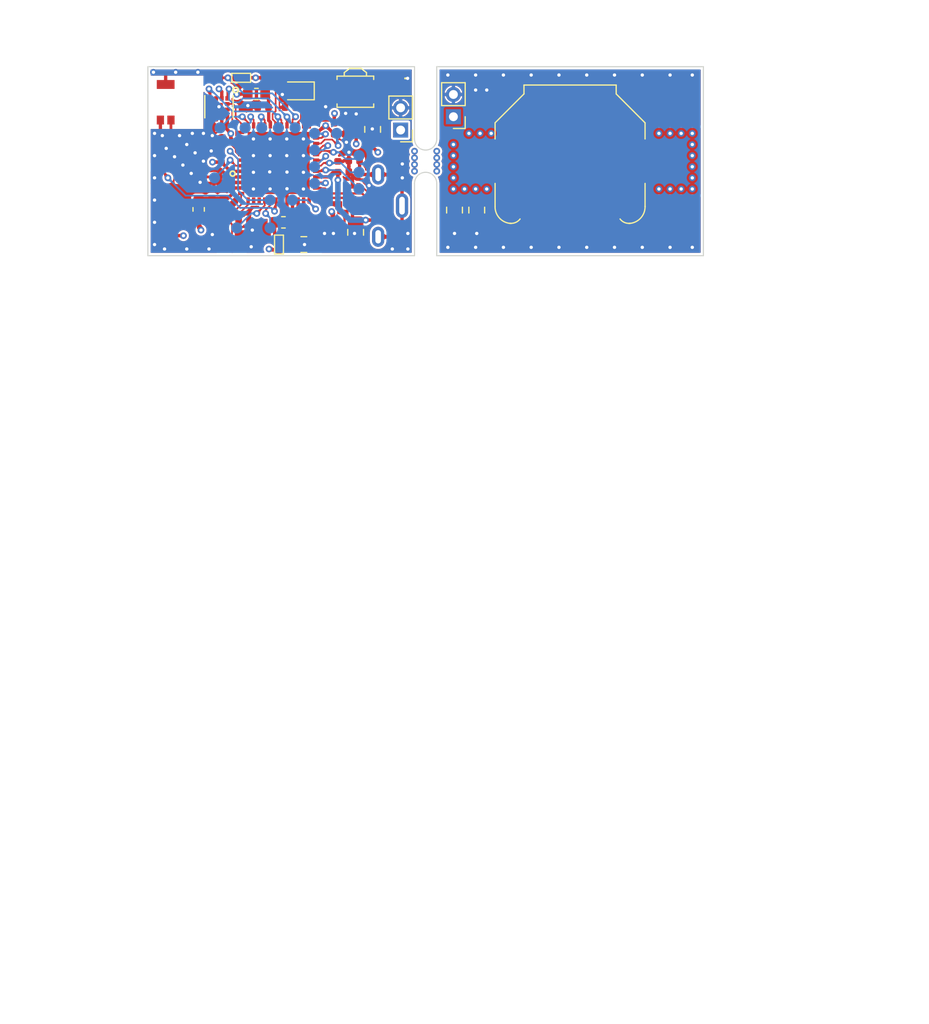
<source format=kicad_pcb>
(kicad_pcb (version 20171130) (host pcbnew 5.1.6-c6e7f7d~87~ubuntu18.04.1)
  (title_block (title SKnob) (date 2020-08-02) (rev 1.0) (company bozica.co) (comment 1 "Luis Ardila"))
  (layers (0 F.Cu signal) (1 In1.Cu signal) (2 In2.Cu signal) (31 B.Cu signal) (34 B.Paste user) (35 F.Paste user) (36 B.SilkS user) (37 F.SilkS user) (38 B.Mask user) (39 F.Mask user) (44 Edge.Cuts user))
  (net 0 "")
  (net 1 GND)
  (net 2 +BATT)
  (net 3 +5V)
  (net 4 "Net-(C1-Pad1)")
  (net 5 "Net-(C13-Pad1)")
  (net 6 /OSC_IN)
  (net 7 /OSC32_IN)
  (net 8 /OSC_OUT)
  (net 9 /OSC32_OUT)
  (net 10 "Net-(D1-Pad2)")
  (net 11 /USB_N)
  (net 12 /USB_P)
  (net 13 "Net-(L4-Pad1)")
  (net 14 /ID)
  (net 15 /BOOT)
  (net 16 /RF1_ANT)
  (net 17 /RF1)
  (net 18 /I2C1_SCL)
  (net 19 /I2C1_SDA)
  (net 20 /ACC_INT1)
  (net 21 /ACC_INT2)
  (net 22 /RCC_MCO)
  (net 23 /VDDA)
  (net 24 /VDDRF)
  (net 25 /USART1_TX)
  (net 26 /USART1_RX)
  (net 27 /RST_N)
  (net 28 /PB2)
  (net 29 /PB0)
  (net 30 /PB1)
  (net 31 /PB5)
  (net 32 /PB6)
  (net 33 /PB7)
  (net 34 /PB3_JTDO-SWO)
  (net 35 /PB4_JTRST)
  (net 36 /JTMS-SWDIO)
  (net 37 /JTCK-SWCLK)
  (net 38 /JTDI)
  (net 39 /WKUP1)
  (net 40 /LPUART1_TX)
  (net 41 /LPUART1_RX)
  (net 42 "Net-(BZ1-Pad2)")
  (net 43 /BUZZER)
  (module Crystal:Crystal_SMD_2012-2Pin_2.0x1.2mm (layer F.Cu) (at 116.775 74.175 180)
    (fp_text reference Y2 hide)
    (fp_text value 32.768kHz)
    (pad 1 smd rect (at -0.7 0 180) (size 0.6 1.1) (layers F.Cu F.Paste F.Mask) (net 7 /OSC32_IN))
    (pad 2 smd rect (at 0.7 0 180) (size 0.6 1.1) (layers F.Cu F.Paste F.Mask) (net 9 /OSC32_OUT))
  )
  (module Capacitor_SMD:C_0805_2012Metric (layer F.Cu) (at 119.7 86.9 270)
    (fp_text reference C15)
    (fp_text value 4.7uF)
    (pad 2 smd roundrect (at 0.9375 0 270) (size 0.975 1.4) (layers F.Cu F.Paste F.Mask) (net 1 GND))
    (pad 1 smd roundrect (at -0.9375 0 270) (size 0.975 1.4) (layers F.Cu F.Paste F.Mask) (net 2 +BATT))
  )
  (module Package_TO_SOT_SMD:SOT-666 (layer F.Cu) (at 121.412 83.566 270)
    (fp_text reference U3)
    (fp_text value USBLC6-2P6)
    (pad 6 smd rect (at 0.85 -0.5375 270) (size 0.5 0.375) (layers F.Cu F.Paste F.Mask))
    (pad 4 smd rect (at 0.85 0.5375 270) (size 0.5 0.375) (layers F.Cu F.Paste F.Mask) (net 11 /USB_N))
    (pad 2 smd rect (at -0.925 0 270) (size 0.65 0.3) (layers F.Cu F.Paste F.Mask) (net 1 GND))
    (pad 5 smd rect (at 0.925 0 270) (size 0.65 0.3) (layers F.Cu F.Paste F.Mask) (net 3 +5V))
    (pad 3 smd rect (at -0.85 0.5375 270) (size 0.5 0.375) (layers F.Cu F.Paste F.Mask) (net 12 /USB_P))
    (pad 1 smd rect (at -0.85 -0.5375 270) (size 0.5 0.375) (layers F.Cu F.Paste F.Mask) (net 14 /ID))
  )
  (module SKnob:TestPoint_Pad_D1.0mm (layer B.Cu) (at 109.5 77.5)
    (fp_text reference TP19 hide)
    (fp_text value TestPoint hide)
    (pad 1 smd circle (at 0 0) (size 1 1) (layers B.Cu B.Mask) (net 41 /LPUART1_RX))
  )
  (module SKnob:TestPoint_Pad_D1.0mm (layer B.Cu) (at 111.75 77.5)
    (fp_text reference TP18 hide)
    (fp_text value TestPoint hide)
    (pad 1 smd circle (at 0 0) (size 1 1) (layers B.Cu B.Mask) (net 40 /LPUART1_TX))
  )
  (module SKnob:TestPoint_Pad_D1.0mm (layer B.Cu) (at 113.25 77.5)
    (fp_text reference TP17 hide)
    (fp_text value TestPoint hide)
    (pad 1 smd circle (at 0 0) (size 1 1) (layers B.Cu B.Mask) (net 39 /WKUP1))
  )
  (module SKnob:TestPoint_Pad_D1.0mm (layer B.Cu) (at 122 81.5)
    (fp_text reference TP16 hide)
    (fp_text value TestPoint hide)
    (pad 1 smd circle (at 0 0) (size 1 1) (layers B.Cu B.Mask) (net 38 /JTDI))
  )
  (module SKnob:TestPoint_Pad_D1.0mm (layer B.Cu) (at 122 83)
    (fp_text reference TP15 hide)
    (fp_text value TestPoint hide)
    (pad 1 smd circle (at 0 0) (size 1 1) (layers B.Cu B.Mask) (net 37 /JTCK-SWCLK))
  )
  (module SKnob:TestPoint_Pad_D1.0mm (layer B.Cu) (at 118 82.5)
    (fp_text reference TP14 hide)
    (fp_text value TestPoint hide)
    (pad 1 smd circle (at 0 0) (size 1 1) (layers B.Cu B.Mask) (net 36 /JTMS-SWDIO))
  )
  (module SKnob:TestPoint_Pad_D1.0mm (layer B.Cu) (at 118 78)
    (fp_text reference TP13 hide)
    (fp_text value TestPoint hide)
    (pad 1 smd circle (at 0 0) (size 1 1) (layers B.Cu B.Mask) (net 33 /PB7))
  )
  (module SKnob:TestPoint_Pad_D1.0mm (layer B.Cu) (at 120 78)
    (fp_text reference TP12 hide)
    (fp_text value TestPoint hide)
    (pad 1 smd circle (at 0 0) (size 1 1) (layers B.Cu B.Mask) (net 32 /PB6))
  )
  (module SKnob:TestPoint_Pad_D1.0mm (layer B.Cu) (at 118 79.5)
    (fp_text reference TP11 hide)
    (fp_text value TestPoint hide)
    (pad 1 smd circle (at 0 0) (size 1 1) (layers B.Cu B.Mask) (net 31 /PB5))
  )
  (module SKnob:TestPoint_Pad_D1.0mm (layer B.Cu) (at 122 80)
    (fp_text reference TP10 hide)
    (fp_text value TestPoint hide)
    (pad 1 smd circle (at 0 0) (size 1 1) (layers B.Cu B.Mask) (net 35 /PB4_JTRST))
  )
  (module SKnob:TestPoint_Pad_D1.0mm (layer B.Cu) (at 118 81)
    (fp_text reference TP9 hide)
    (fp_text value TestPoint hide)
    (pad 1 smd circle (at 0 0) (size 1 1) (layers B.Cu B.Mask) (net 34 /PB3_JTDO-SWO))
  )
  (module SKnob:TestPoint_Pad_D1.0mm (layer B.Cu) (at 109 82)
    (fp_text reference TP8 hide)
    (fp_text value TestPoint hide)
    (pad 1 smd circle (at 0 0) (size 1 1) (layers B.Cu B.Mask) (net 28 /PB2))
  )
  (module SKnob:TestPoint_Pad_D1.0mm (layer B.Cu) (at 114 86.5)
    (fp_text reference TP7 hide)
    (fp_text value TestPoint hide)
    (pad 1 smd circle (at 0 0) (size 1 1) (layers B.Cu B.Mask) (net 30 /PB1))
  )
  (module SKnob:TestPoint_Pad_D1.0mm (layer B.Cu) (at 111 86.5)
    (fp_text reference TP6 hide)
    (fp_text value TestPoint hide)
    (pad 1 smd circle (at 0 0) (size 1 1) (layers B.Cu B.Mask) (net 29 /PB0))
  )
  (module SKnob:TestPoint_Pad_D1.0mm (layer B.Cu) (at 116 84)
    (fp_text reference TP5 hide)
    (fp_text value TestPoint hide)
    (pad 1 smd circle (at 0 0) (size 1 1) (layers B.Cu B.Mask) (net 26 /USART1_RX))
  )
  (module SKnob:TestPoint_Pad_D1.0mm (layer B.Cu) (at 114 84)
    (fp_text reference TP4 hide)
    (fp_text value TestPoint hide)
    (pad 1 smd circle (at 0 0) (size 1 1) (layers B.Cu B.Mask) (net 25 /USART1_TX))
  )
  (module SKnob:TestPoint_Pad_D1.0mm (layer B.Cu) (at 114.75 77.5)
    (fp_text reference TP3)
    (fp_text value TestPoint hide)
    (pad 1 smd circle (at 0 0) (size 1 1) (layers B.Cu B.Mask) (net 19 /I2C1_SDA))
  )
  (module SKnob:TestPoint_Pad_D1.0mm (layer B.Cu) (at 116.25 77.5)
    (fp_text reference TP2)
    (fp_text value TestPoint hide)
    (pad 1 smd circle (at 0 0) (size 1 1) (layers B.Cu B.Mask) (net 18 /I2C1_SCL))
  )
  (module SKnob:TestPoint_Pad_D1.0mm (layer F.Cu) (at 109.65 78.55)
    (fp_text reference TP1)
    (fp_text value TestPoint hide)
    (pad 1 smd circle (at 0 0) (size 1 1) (layers F.Cu F.Mask) (net 22 /RCC_MCO))
  )
  (module Connector_USB:USB_Micro-B_Molex-105133-0001 (layer F.Cu) (at 124.8 84.5 90)
    (fp_text reference J1)
    (fp_text value USB_B_Micro)
    (pad 6 thru_hole oval (at 0 1.075 90) (size 2.2 1.1) (drill oval 1.6 0.5) (layers *.Cu *.Mask) (net 4 "Net-(C1-Pad1)"))
    (pad 6 thru_hole oval (at 2.8 -1.075 90) (size 1.8 1.1) (drill oval 1.2 0.5) (layers *.Cu *.Mask) (net 4 "Net-(C1-Pad1)"))
    (pad 6 thru_hole oval (at -2.8 -1.075 90) (size 1.8 1.1) (drill oval 1.2 0.5) (layers *.Cu *.Mask) (net 4 "Net-(C1-Pad1)"))
    (pad 1 smd rect (at -1.3 -0.825 90) (size 0.45 1.5) (layers F.Cu F.Paste F.Mask) (net 3 +5V))
    (pad 5 smd rect (at 1.3 -0.825 90) (size 0.45 1.5) (layers F.Cu F.Paste F.Mask) (net 1 GND))
    (pad 2 smd rect (at -0.65 -0.825 90) (size 0.45 1.5) (layers F.Cu F.Paste F.Mask) (net 11 /USB_N))
    (pad 4 smd rect (at 0.65 -0.825 90) (size 0.45 1.5) (layers F.Cu F.Paste F.Mask) (net 14 /ID))
    (pad 3 smd rect (at 0 -0.825 90) (size 0.45 1.5) (layers F.Cu F.Paste F.Mask) (net 12 /USB_P))
  )
  (module Package_TO_SOT_SMD:SOT-23 (layer F.Cu) (at 105 82)
    (fp_text reference Q1 hide)
    (fp_text value FDV301N)
    (pad 3 smd rect (at 1 0) (size 0.9 0.8) (layers F.Cu F.Paste F.Mask) (net 1 GND))
    (pad 2 smd rect (at -1 0.95) (size 0.9 0.8) (layers F.Cu F.Paste F.Mask) (net 42 "Net-(BZ1-Pad2)"))
    (pad 1 smd rect (at -1 -0.95) (size 0.9 0.8) (layers F.Cu F.Paste F.Mask) (net 43 /BUZZER))
  )
  (module SKnob:TE034003-1 (layer F.Cu) (at 105 85.9 180)
    (fp_text reference BZ1 hide)
    (fp_text value TE034003-1)
    (pad 1 smd roundrect (at 0 -1.4) (size 1.2 1.4) (layers F.Cu F.Paste F.Mask) (net 2 +BATT))
    (pad 2 smd roundrect (at 0 1.4) (size 1.2 1.4) (layers F.Cu F.Paste F.Mask) (net 42 "Net-(BZ1-Pad2)"))
  )
  (module Crystal:Crystal_SMD_2016-4Pin_2.0x1.6mm (layer F.Cu) (at 110.57 87.66 180)
    (fp_text reference Y1)
    (fp_text value 32MHz)
    (pad 4 smd rect (at -0.7 -0.55 180) (size 0.9 0.8) (layers F.Cu F.Paste F.Mask) (net 1 GND))
    (pad 3 smd rect (at 0.7 -0.55 180) (size 0.9 0.8) (layers F.Cu F.Paste F.Mask) (net 8 /OSC_OUT))
    (pad 2 smd rect (at 0.7 0.55 180) (size 0.9 0.8) (layers F.Cu F.Paste F.Mask) (net 1 GND))
    (pad 1 smd rect (at -0.7 0.55 180) (size 0.9 0.8) (layers F.Cu F.Paste F.Mask) (net 6 /OSC_IN))
  )
  (module SKnob:W3008 (layer F.Cu) (at 104.6 75.2 270)
    (fp_text reference ANT1)
    (fp_text value W3008)
    (pad G1 smd rect (at 1.6 0.475 270) (size 0.8 0.65) (layers F.Cu F.Paste F.Mask) (net 1 GND))
    (pad FEED smd rect (at 1.6 -0.475 270) (size 0.8 0.65) (layers F.Cu F.Paste F.Mask) (net 16 /RF1_ANT))
    (pad G2 smd rect (at -1.6 0 270) (size 0.8 1.6) (layers F.Cu F.Paste F.Mask) (net 1 GND))
  )
  (module SKnob:STM32WB55Cx (layer F.Cu) (at 114.77 80.66 270)
    (fp_text reference U1)
    (fp_text value STM32WB55Cx)
    (pad 49 smd rect (at 2.25 0.75 270) (size 1 1) (layers F.Cu F.Paste F.Mask) (net 1 GND))
    (pad 49 smd rect (at 0.75 0.75 270) (size 1 1) (layers F.Cu F.Paste F.Mask) (net 1 GND))
    (pad 49 smd rect (at -0.75 0.75 270) (size 1 1) (layers F.Cu F.Paste F.Mask) (net 1 GND))
    (pad 49 smd rect (at 2.25 2.25 270) (size 1 1) (layers F.Cu F.Paste F.Mask) (net 1 GND))
    (pad 49 smd rect (at 0.75 2.25 270) (size 1 1) (layers F.Cu F.Paste F.Mask) (net 1 GND))
    (pad 49 smd rect (at -0.75 2.25 270) (size 1 1) (layers F.Cu F.Paste F.Mask) (net 1 GND))
    (pad 49 smd rect (at -2.25 2.25 270) (size 1 1) (layers F.Cu F.Paste F.Mask) (net 1 GND))
    (pad 49 smd rect (at -2.25 0.75 270) (size 1 1) (layers F.Cu F.Paste F.Mask) (net 1 GND))
    (pad 49 smd rect (at -2.25 -0.75 270) (size 1 1) (layers F.Cu F.Paste F.Mask) (net 1 GND))
    (pad 49 smd rect (at -0.75 -0.75 270) (size 1 1) (layers F.Cu F.Paste F.Mask) (net 1 GND))
    (pad 49 smd rect (at 0.75 -0.75 270) (size 1 1) (layers F.Cu F.Paste F.Mask) (net 1 GND))
    (pad 49 smd rect (at 2.25 -0.75 270) (size 1 1) (layers F.Cu F.Paste F.Mask) (net 1 GND))
    (pad 49 smd rect (at 2.25 -2.25 270) (size 1 1) (layers F.Cu F.Paste F.Mask) (net 1 GND))
    (pad 49 smd rect (at 0.75 -2.25 270) (size 1 1) (layers F.Cu F.Paste F.Mask) (net 1 GND))
    (pad 49 smd rect (at -0.75 -2.25 270) (size 1 1) (layers F.Cu F.Paste F.Mask) (net 1 GND))
    (pad 49 smd rect (at -2.25 -2.25 270) (size 1 1) (layers F.Cu F.Paste F.Mask) (net 1 GND))
    (pad 1 smd rect (at -3.375 -2.750693) (size 0.3048 0.5588) (layers F.Cu F.Paste F.Mask) (net 2 +BATT))
    (pad 2 smd rect (at -3.375 -2.250567) (size 0.3048 0.5588) (layers F.Cu F.Paste F.Mask) (net 7 /OSC32_IN))
    (pad 3 smd rect (at -3.375 -1.750441) (size 0.3048 0.5588) (layers F.Cu F.Paste F.Mask) (net 9 /OSC32_OUT))
    (pad 4 smd rect (at -3.375 -1.250315) (size 0.3048 0.5588) (layers F.Cu F.Paste F.Mask) (net 15 /BOOT))
    (pad 5 smd rect (at -3.375 -0.750189) (size 0.3048 0.5588) (layers F.Cu F.Paste F.Mask) (net 18 /I2C1_SCL))
    (pad 6 smd rect (at -3.375 -0.250063) (size 0.3048 0.5588) (layers F.Cu F.Paste F.Mask) (net 19 /I2C1_SDA))
    (pad 7 smd rect (at -3.375 0.250063) (size 0.3048 0.5588) (layers F.Cu F.Paste F.Mask) (net 27 /RST_N))
    (pad 8 smd rect (at -3.375 0.750189) (size 0.3048 0.5588) (layers F.Cu F.Paste F.Mask) (net 23 /VDDA))
    (pad 9 smd rect (at -3.375 1.250315) (size 0.3048 0.5588) (layers F.Cu F.Paste F.Mask) (net 39 /WKUP1))
    (pad 10 smd rect (at -3.375 1.750441) (size 0.3048 0.5588) (layers F.Cu F.Paste F.Mask))
    (pad 11 smd rect (at -3.375 2.250567) (size 0.3048 0.5588) (layers F.Cu F.Paste F.Mask) (net 40 /LPUART1_TX))
    (pad 12 smd rect (at -3.375 2.750693) (size 0.3048 0.5588) (layers F.Cu F.Paste F.Mask) (net 41 /LPUART1_RX))
    (pad 13 smd rect (at -2.750693 3.375 270) (size 0.3048 0.5588) (layers F.Cu F.Paste F.Mask) (net 20 /ACC_INT1))
    (pad 14 smd rect (at -2.250567 3.375 270) (size 0.3048 0.5588) (layers F.Cu F.Paste F.Mask) (net 21 /ACC_INT2))
    (pad 15 smd rect (at -1.750441 3.375 270) (size 0.3048 0.5588) (layers F.Cu F.Paste F.Mask) (net 2 +BATT))
    (pad 16 smd rect (at -1.250315 3.375 270) (size 0.3048 0.5588) (layers F.Cu F.Paste F.Mask))
    (pad 17 smd rect (at -0.750189 3.375 270) (size 0.3048 0.5588) (layers F.Cu F.Paste F.Mask) (net 22 /RCC_MCO))
    (pad 18 smd rect (at -0.250063 3.375 270) (size 0.3048 0.5588) (layers F.Cu F.Paste F.Mask) (net 25 /USART1_TX))
    (pad 19 smd rect (at 0.250063 3.375 270) (size 0.3048 0.5588) (layers F.Cu F.Paste F.Mask) (net 28 /PB2))
    (pad 20 smd rect (at 0.750189 3.375 270) (size 0.3048 0.5588) (layers F.Cu F.Paste F.Mask) (net 2 +BATT))
    (pad 21 smd rect (at 1.250315 3.375 270) (size 0.3048 0.5588) (layers F.Cu F.Paste F.Mask) (net 17 /RF1))
    (pad 22 smd rect (at 1.750441 3.375 270) (size 0.3048 0.5588) (layers F.Cu F.Paste F.Mask) (net 1 GND))
    (pad 23 smd rect (at 2.250567 3.375 270) (size 0.3048 0.5588) (layers F.Cu F.Paste F.Mask) (net 24 /VDDRF))
    (pad 24 smd rect (at 2.750693 3.375 270) (size 0.3048 0.5588) (layers F.Cu F.Paste F.Mask) (net 8 /OSC_OUT))
    (pad 25 smd rect (at 3.375 2.750693) (size 0.3048 0.5588) (layers F.Cu F.Paste F.Mask) (net 6 /OSC_IN))
    (pad 26 smd rect (at 3.375 2.250567) (size 0.3048 0.5588) (layers F.Cu F.Paste F.Mask))
    (pad 27 smd rect (at 3.375 1.750441) (size 0.3048 0.5588) (layers F.Cu F.Paste F.Mask))
    (pad 28 smd rect (at 3.375 1.250315) (size 0.3048 0.5588) (layers F.Cu F.Paste F.Mask) (net 29 /PB0))
    (pad 29 smd rect (at 3.375 0.750189) (size 0.3048 0.5588) (layers F.Cu F.Paste F.Mask) (net 30 /PB1))
    (pad 30 smd rect (at 3.375 0.250063) (size 0.3048 0.5588) (layers F.Cu F.Paste F.Mask) (net 43 /BUZZER))
    (pad 31 smd rect (at 3.375 -0.250063) (size 0.3048 0.5588) (layers F.Cu F.Paste F.Mask) (net 13 "Net-(L4-Pad1)"))
    (pad 32 smd rect (at 3.375 -0.750189) (size 0.3048 0.5588) (layers F.Cu F.Paste F.Mask) (net 1 GND))
    (pad 33 smd rect (at 3.375 -1.250315) (size 0.3048 0.5588) (layers F.Cu F.Paste F.Mask) (net 5 "Net-(C13-Pad1)"))
    (pad 34 smd rect (at 3.375 -1.750441) (size 0.3048 0.5588) (layers F.Cu F.Paste F.Mask) (net 2 +BATT))
    (pad 35 smd rect (at 3.375 -2.250567) (size 0.3048 0.5588) (layers F.Cu F.Paste F.Mask) (net 2 +BATT))
    (pad 36 smd rect (at 3.375 -2.750693) (size 0.3048 0.5588) (layers F.Cu F.Paste F.Mask) (net 26 /USART1_RX))
    (pad 37 smd rect (at 2.750693 -3.375 270) (size 0.3048 0.5588) (layers F.Cu F.Paste F.Mask) (net 11 /USB_N))
    (pad 38 smd rect (at 2.250567 -3.375 270) (size 0.3048 0.5588) (layers F.Cu F.Paste F.Mask) (net 12 /USB_P))
    (pad 39 smd rect (at 1.750441 -3.375 270) (size 0.3048 0.5588) (layers F.Cu F.Paste F.Mask) (net 36 /JTMS-SWDIO))
    (pad 40 smd rect (at 1.250315 -3.375 270) (size 0.3048 0.5588) (layers F.Cu F.Paste F.Mask) (net 3 +5V))
    (pad 41 smd rect (at 0.750189 -3.375 270) (size 0.3048 0.5588) (layers F.Cu F.Paste F.Mask) (net 37 /JTCK-SWCLK))
    (pad 42 smd rect (at 0.250063 -3.375 270) (size 0.3048 0.5588) (layers F.Cu F.Paste F.Mask) (net 38 /JTDI))
    (pad 43 smd rect (at -0.250063 -3.375 270) (size 0.3048 0.5588) (layers F.Cu F.Paste F.Mask) (net 34 /PB3_JTDO-SWO))
    (pad 44 smd rect (at -0.750189 -3.375 270) (size 0.3048 0.5588) (layers F.Cu F.Paste F.Mask) (net 35 /PB4_JTRST))
    (pad 45 smd rect (at -1.250315 -3.375 270) (size 0.3048 0.5588) (layers F.Cu F.Paste F.Mask) (net 31 /PB5))
    (pad 46 smd rect (at -1.750441 -3.375 270) (size 0.3048 0.5588) (layers F.Cu F.Paste F.Mask) (net 32 /PB6))
    (pad 47 smd rect (at -2.250567 -3.375 270) (size 0.3048 0.5588) (layers F.Cu F.Paste F.Mask) (net 33 /PB7))
    (pad 48 smd rect (at -2.750693 -3.375 270) (size 0.3048 0.5588) (layers F.Cu F.Paste F.Mask) (net 2 +BATT))
    (pad 49 smd rect (at 0 0 270) (size 5.588 5.588) (layers F.Cu F.Mask) (net 1 GND))
  )
  (module SKnob:bozica.co (layer B.Cu) (at 141.4 80.5)
    (fp_text reference QR***** hide)
    (fp_text value bozica.co hide)
  )
  (module Button_Switch_SMD:SW_SPST_B3U-3000P (layer F.Cu) (at 121.675 74.25)
    (fp_text reference SW1 hide)
    (fp_text value SW_Push hide)
    (pad 2 smd rect (at 1.7 0) (size 0.9 1.7) (layers F.Cu F.Paste F.Mask) (net 10 "Net-(D1-Pad2)"))
    (pad 1 smd rect (at -1.7 0) (size 0.9 1.7) (layers F.Cu F.Paste F.Mask) (net 27 /RST_N))
  )
  (module SKnob:LA_LOGO (layer F.Cu) (at 150.3 76.7)
    (fp_text reference T2 hide)
    (fp_text value LA_LOGO hide)
  )
  (module SKnob:LA_LOGO (layer B.Cu) (at 121 74.25 180)
    (fp_text reference T1 hide)
    (fp_text value LA_LOGO hide)
  )
  (module SKnob:MLPF-WB55-01E3 (layer F.Cu) (at 109.53 82.42 270)
    (fp_text reference FLT1)
    (fp_text value MLPF-WB55-01E3)
    (pad 6 smd roundrect (at 0.5 -0.587 270) (size 0.3 0.3) (layers F.Cu F.Paste F.Mask) (net 1 GND))
    (pad 5 smd roundrect (at 0.5 0 270) (size 0.3 0.3) (layers F.Cu F.Paste F.Mask) (net 1 GND))
    (pad 4 smd roundrect (at 0.5 0.587 270) (size 0.3 0.3) (layers F.Cu F.Paste F.Mask) (net 1 GND))
    (pad 3 smd roundrect (at -0.5 0.587 270) (size 0.3 0.3) (layers F.Cu F.Paste F.Mask) (net 16 /RF1_ANT))
    (pad 2 smd roundrect (at -0.5 0 270) (size 0.3 0.3) (layers F.Cu F.Paste F.Mask) (net 1 GND))
    (pad 1 smd roundrect (at -0.5 -0.587 270) (size 0.3 0.3) (layers F.Cu F.Paste F.Mask) (net 17 /RF1))
  )
  (module SKnob:BR1225 (layer F.Cu) (at 140.9 80.3)
    (fp_text reference BATT1 hide)
    (fp_text value BR1225)
  )
  (module SKnob:LIS2DE12TR (layer F.Cu) (at 109.4 75.6 270)
    (fp_text reference U2)
    (fp_text value LIS2DE12TR)
    (pad 12 smd rect (at -0.25 -0.75 270) (size 0.35 0.41) (layers F.Cu F.Paste F.Mask) (net 20 /ACC_INT1))
    (pad 11 smd rect (at 0.25 -0.75 270) (size 0.35 0.41) (layers F.Cu F.Paste F.Mask) (net 21 /ACC_INT2))
    (pad 10 smd rect (at 0.75 -0.75 270) (size 0.41 0.35) (layers F.Cu F.Paste F.Mask) (net 2 +BATT))
    (pad 9 smd rect (at 0.75 -0.25 270) (size 0.41 0.35) (layers F.Cu F.Paste F.Mask) (net 2 +BATT))
    (pad 8 smd rect (at 0.75 0.25 270) (size 0.41 0.35) (layers F.Cu F.Paste F.Mask) (net 1 GND))
    (pad 7 smd rect (at 0.75 0.75 270) (size 0.41 0.35) (layers F.Cu F.Paste F.Mask) (net 1 GND))
    (pad 6 smd rect (at 0.25 0.75 270) (size 0.35 0.41) (layers F.Cu F.Paste F.Mask) (net 1 GND))
    (pad 5 smd rect (at -0.25 0.75 270) (size 0.35 0.41) (layers F.Cu F.Paste F.Mask) (net 1 GND))
    (pad 4 smd rect (at -0.75 0.75 270) (size 0.41 0.35) (layers F.Cu F.Paste F.Mask) (net 19 /I2C1_SDA))
    (pad 3 smd rect (at -0.75 0.25 270) (size 0.41 0.35) (layers F.Cu F.Paste F.Mask))
    (pad 2 smd rect (at -0.75 -0.25 270) (size 0.41 0.35) (layers F.Cu F.Paste F.Mask) (net 2 +BATT))
    (pad 1 smd rect (at -0.75 -0.75 270) (size 0.41 0.35) (layers F.Cu F.Paste F.Mask) (net 18 /I2C1_SCL))
  )
  (module SKnob:R_0402_1005Metric_DNP (layer F.Cu) (at 114.8 88 90)
    (fp_text reference R5 hide)
    (fp_text value 0)
    (pad 1 smd roundrect (at -0.485 0 90) (size 0.59 0.64) (layers F.Cu F.Mask) (net 2 +BATT))
    (pad 2 smd roundrect (at 0.485 0 90) (size 0.59 0.64) (layers F.Cu F.Mask) (net 13 "Net-(L4-Pad1)"))
  )
  (module Inductor_SMD:L_0603_1608Metric (layer F.Cu) (at 115.2 86)
    (fp_text reference L4 hide)
    (fp_text value 10uH)
    (pad 2 smd roundrect (at 0.7875 0) (size 0.875 0.95) (layers F.Cu F.Paste F.Mask) (net 5 "Net-(C13-Pad1)"))
    (pad 1 smd roundrect (at -0.7875 0) (size 0.875 0.95) (layers F.Cu F.Paste F.Mask) (net 13 "Net-(L4-Pad1)"))
  )
  (module Diode_SMD:D_0402_1005Metric (layer F.Cu) (at 125.075 73.05 180)
    (fp_text reference D1 hide)
    (fp_text value "1N4148 ")
    (pad 2 smd roundrect (at 0.485 0 180) (size 0.59 0.64) (layers F.Cu F.Paste F.Mask) (net 10 "Net-(D1-Pad2)"))
    (pad 1 smd roundrect (at -0.485 0 180) (size 0.59 0.64) (layers F.Cu F.Paste F.Mask) (net 1 GND))
  )
  (module Capacitor_SMD:C_0402_1005Metric (layer F.Cu) (at 118.75 74.175 270)
    (fp_text reference C23 hide)
    (fp_text value 100nF)
    (pad 2 smd roundrect (at 0.485 0 270) (size 0.59 0.64) (layers F.Cu F.Paste F.Mask) (net 1 GND))
    (pad 1 smd roundrect (at -0.485 0 270) (size 0.59 0.64) (layers F.Cu F.Paste F.Mask) (net 27 /RST_N))
  )
  (module SKnob:R_0402_1005Metric_DNP (layer F.Cu) (at 111.4 73 180)
    (fp_text reference R3)
    (fp_text value 10K)
    (pad 1 smd roundrect (at -0.485 0 180) (size 0.59 0.64) (layers F.Cu F.Mask) (net 2 +BATT))
    (pad 2 smd roundrect (at 0.485 0 180) (size 0.59 0.64) (layers F.Cu F.Mask) (net 15 /BOOT))
  )
  (module Connector_PinHeader_2.00mm:PinHeader_1x02_P2.00mm_Vertical (layer F.Cu) (at 130.5 76.5 180)
    (fp_text reference J3)
    (fp_text value Conn_01x02 hide)
    (pad 2 thru_hole oval (at 0 2 180) (size 1.35 1.35) (drill 0.8) (layers *.Cu *.Mask) (net 1 GND))
    (pad 1 thru_hole rect (at 0 0 180) (size 1.35 1.35) (drill 0.8) (layers *.Cu *.Mask) (net 2 +BATT))
  )
  (module Connector_PinHeader_2.00mm:PinHeader_1x02_P2.00mm_Vertical (layer F.Cu) (at 125.75 77.7 180)
    (fp_text reference J2)
    (fp_text value Conn_01x02 hide)
    (pad 2 thru_hole oval (at 0 2 180) (size 1.35 1.35) (drill 0.8) (layers *.Cu *.Mask) (net 1 GND))
    (pad 1 thru_hole rect (at 0 0 180) (size 1.35 1.35) (drill 0.8) (layers *.Cu *.Mask) (net 2 +BATT))
  )
  (module Capacitor_SMD:C_0402_1005Metric (layer F.Cu) (at 109.4 77.4 180)
    (fp_text reference C27)
    (fp_text value 100nF)
    (pad 2 smd roundrect (at 0.485 0 180) (size 0.59 0.64) (layers F.Cu F.Paste F.Mask) (net 1 GND))
    (pad 1 smd roundrect (at -0.485 0 180) (size 0.59 0.64) (layers F.Cu F.Paste F.Mask) (net 2 +BATT))
  )
  (module Resistor_SMD:R_0402_1005Metric (layer F.Cu) (at 109 73 180)
    (fp_text reference R4)
    (fp_text value 10k)
    (pad 2 smd roundrect (at 0.485 0 180) (size 0.59 0.64) (layers F.Cu F.Paste F.Mask) (net 1 GND))
    (pad 1 smd roundrect (at -0.485 0 180) (size 0.59 0.64) (layers F.Cu F.Paste F.Mask) (net 15 /BOOT))
  )
  (module Battery:BatteryHolder_Keystone_3000_1x12mm (layer F.Cu) (at 141 80.5)
    (fp_text reference BT1)
    (fp_text value BK-885-TR)
    (pad 2 smd circle (at 0 0) (size 10.2 10.2) (layers F.Cu F.Mask) (net 1 GND))
    (pad 1 smd rect (at 7.9 0) (size 3.5 3.3) (layers F.Cu F.Paste F.Mask) (net 2 +BATT))
    (pad 1 smd rect (at -7.9 0) (size 3.5 3.3) (layers F.Cu F.Paste F.Mask) (net 2 +BATT))
  )
  (module Capacitor_SMD:C_0805_2012Metric (layer F.Cu) (at 132.6 84.9 270)
    (fp_text reference C26)
    (fp_text value 4.7uF)
    (pad 2 smd roundrect (at 0.9375 0 270) (size 0.975 1.4) (layers F.Cu F.Paste F.Mask) (net 1 GND))
    (pad 1 smd roundrect (at -0.9375 0 270) (size 0.975 1.4) (layers F.Cu F.Paste F.Mask) (net 2 +BATT))
  )
  (module Capacitor_SMD:C_0805_2012Metric (layer F.Cu) (at 130.6 84.9 270)
    (fp_text reference C25)
    (fp_text value 4.7uF)
    (pad 2 smd roundrect (at 0.9375 0 270) (size 0.975 1.4) (layers F.Cu F.Paste F.Mask) (net 1 GND))
    (pad 1 smd roundrect (at -0.9375 0 270) (size 0.975 1.4) (layers F.Cu F.Paste F.Mask) (net 2 +BATT))
  )
  (module Capacitor_SMD:C_0402_1005Metric (layer F.Cu) (at 132.5 75.5 90)
    (fp_text reference C24)
    (fp_text value 100nF)
    (pad 2 smd roundrect (at 0.485 0 90) (size 0.59 0.64) (layers F.Cu F.Paste F.Mask) (net 1 GND))
    (pad 1 smd roundrect (at -0.485 0 90) (size 0.59 0.64) (layers F.Cu F.Paste F.Mask) (net 2 +BATT))
  )
  (module Capacitor_SMD:C_0402_1005Metric (layer F.Cu) (at 133.5 75.5 90)
    (fp_text reference C22)
    (fp_text value 100nF)
    (pad 2 smd roundrect (at 0.485 0 90) (size 0.59 0.64) (layers F.Cu F.Paste F.Mask) (net 1 GND))
    (pad 1 smd roundrect (at -0.485 0 90) (size 0.59 0.64) (layers F.Cu F.Paste F.Mask) (net 2 +BATT))
  )
  (module Resistor_SMD:R_0402_1005Metric (layer F.Cu) (at 113.9 73)
    (fp_text reference R2)
    (fp_text value 10k)
    (pad 2 smd roundrect (at 0.485 0) (size 0.59 0.64) (layers F.Cu F.Paste F.Mask) (net 27 /RST_N))
    (pad 1 smd roundrect (at -0.485 0) (size 0.59 0.64) (layers F.Cu F.Paste F.Mask) (net 2 +BATT))
  )
  (module Resistor_SMD:R_0402_1005Metric (layer F.Cu) (at 121.57 81.46 180)
    (fp_text reference R1)
    (fp_text value 10M)
    (pad 2 smd roundrect (at 0.485 0 180) (size 0.59 0.64) (layers F.Cu F.Paste F.Mask) (net 1 GND))
    (pad 1 smd roundrect (at -0.485 0 180) (size 0.59 0.64) (layers F.Cu F.Paste F.Mask) (net 4 "Net-(C1-Pad1)"))
  )
  (module Capacitor_SMD:C_0402_1005Metric (layer F.Cu) (at 121.75 77.55 90)
    (fp_text reference C21)
    (fp_text value 100nF)
    (pad 2 smd roundrect (at 0.485 0 90) (size 0.59 0.64) (layers F.Cu F.Paste F.Mask) (net 1 GND))
    (pad 1 smd roundrect (at -0.485 0 90) (size 0.59 0.64) (layers F.Cu F.Paste F.Mask) (net 2 +BATT))
  )
  (module Capacitor_SMD:C_0805_2012Metric (layer F.Cu) (at 123.23 77.64 90)
    (fp_text reference C20)
    (fp_text value 4.7uF)
    (pad 2 smd roundrect (at 0.9375 0 90) (size 0.975 1.4) (layers F.Cu F.Paste F.Mask) (net 1 GND))
    (pad 1 smd roundrect (at -0.9375 0 90) (size 0.975 1.4) (layers F.Cu F.Paste F.Mask) (net 2 +BATT))
  )
  (module Capacitor_SMD:C_0402_1005Metric (layer F.Cu) (at 115.83 75.66 180)
    (fp_text reference C19)
    (fp_text value 9pF)
    (pad 2 smd roundrect (at 0.485 0 180) (size 0.59 0.64) (layers F.Cu F.Paste F.Mask) (net 1 GND))
    (pad 1 smd roundrect (at -0.485 0 180) (size 0.59 0.64) (layers F.Cu F.Paste F.Mask) (net 9 /OSC32_OUT))
  )
  (module Capacitor_SMD:C_0402_1005Metric (layer F.Cu) (at 109.77 85.86 180)
    (fp_text reference C18)
    (fp_text value 15pF)
    (pad 2 smd roundrect (at 0.485 0 180) (size 0.59 0.64) (layers F.Cu F.Paste F.Mask) (net 1 GND))
    (pad 1 smd roundrect (at -0.485 0 180) (size 0.59 0.64) (layers F.Cu F.Paste F.Mask) (net 8 /OSC_OUT))
  )
  (module Capacitor_SMD:C_0402_1005Metric (layer F.Cu) (at 117.715 75.66)
    (fp_text reference C17)
    (fp_text value 9pF)
    (pad 2 smd roundrect (at 0.485 0) (size 0.59 0.64) (layers F.Cu F.Paste F.Mask) (net 1 GND))
    (pad 1 smd roundrect (at -0.485 0) (size 0.59 0.64) (layers F.Cu F.Paste F.Mask) (net 7 /OSC32_IN))
  )
  (module Capacitor_SMD:C_0402_1005Metric (layer F.Cu) (at 111.655 85.86)
    (fp_text reference C16)
    (fp_text value 15pF)
    (pad 2 smd roundrect (at 0.485 0) (size 0.59 0.64) (layers F.Cu F.Paste F.Mask) (net 1 GND))
    (pad 1 smd roundrect (at -0.485 0) (size 0.59 0.64) (layers F.Cu F.Paste F.Mask) (net 6 /OSC_IN))
  )
  (module Capacitor_SMD:C_0402_1005Metric (layer F.Cu) (at 118.2 86.1 270)
    (fp_text reference C14)
    (fp_text value 100nF)
    (pad 2 smd roundrect (at 0.485 0 270) (size 0.59 0.64) (layers F.Cu F.Paste F.Mask) (net 1 GND))
    (pad 1 smd roundrect (at -0.485 0 270) (size 0.59 0.64) (layers F.Cu F.Paste F.Mask) (net 2 +BATT))
  )
  (module Capacitor_SMD:C_0805_2012Metric (layer F.Cu) (at 117.0375 88)
    (fp_text reference C13)
    (fp_text value 4.7uF)
    (pad 2 smd roundrect (at 0.9375 0) (size 0.975 1.4) (layers F.Cu F.Paste F.Mask) (net 1 GND))
    (pad 1 smd roundrect (at -0.9375 0) (size 0.975 1.4) (layers F.Cu F.Paste F.Mask) (net 5 "Net-(C13-Pad1)"))
  )
  (module Capacitor_SMD:C_0402_1005Metric (layer F.Cu) (at 120.255 77.06)
    (fp_text reference C12)
    (fp_text value 100nF)
    (pad 2 smd roundrect (at 0.485 0) (size 0.59 0.64) (layers F.Cu F.Paste F.Mask) (net 1 GND))
    (pad 1 smd roundrect (at -0.485 0) (size 0.59 0.64) (layers F.Cu F.Paste F.Mask) (net 2 +BATT))
  )
  (module Capacitor_SMD:C_0402_1005Metric (layer F.Cu) (at 120.1 81 90)
    (fp_text reference C11)
    (fp_text value 100nF)
    (pad 2 smd roundrect (at 0.485 0 90) (size 0.59 0.64) (layers F.Cu F.Paste F.Mask) (net 1 GND))
    (pad 1 smd roundrect (at -0.485 0 90) (size 0.59 0.64) (layers F.Cu F.Paste F.Mask) (net 3 +5V))
  )
  (module Capacitor_SMD:C_0805_2012Metric (layer F.Cu) (at 121.7 86.9 270)
    (fp_text reference C6)
    (fp_text value 4.7uF)
    (pad 2 smd roundrect (at 0.9375 0 270) (size 0.975 1.4) (layers F.Cu F.Paste F.Mask) (net 1 GND))
    (pad 1 smd roundrect (at -0.9375 0 270) (size 0.975 1.4) (layers F.Cu F.Paste F.Mask) (net 3 +5V))
  )
  (module Capacitor_SMD:C_0402_1005Metric (layer F.Cu) (at 121.57 80.46 180)
    (fp_text reference C1)
    (fp_text value 100nF)
    (pad 2 smd roundrect (at 0.485 0 180) (size 0.59 0.64) (layers F.Cu F.Paste F.Mask) (net 1 GND))
    (pad 1 smd roundrect (at -0.485 0 180) (size 0.59 0.64) (layers F.Cu F.Paste F.Mask) (net 4 "Net-(C1-Pad1)"))
  )
  (module Inductor_SMD:L_0603_1608Metric (layer F.Cu) (at 107.57 84.836 270)
    (fp_text reference L2)
    (fp_text value "220 @ 100MHz")
    (pad 2 smd roundrect (at 0.7875 0 270) (size 0.875 0.95) (layers F.Cu F.Paste F.Mask) (net 2 +BATT))
    (pad 1 smd roundrect (at -0.7875 0 270) (size 0.875 0.95) (layers F.Cu F.Paste F.Mask) (net 24 /VDDRF))
  )
  (module Inductor_SMD:L_0603_1608Metric (layer F.Cu) (at 112.77 74.46 180)
    (fp_text reference L1)
    (fp_text value "220 @ 100MHz")
    (pad 2 smd roundrect (at 0.7875 0 180) (size 0.875 0.95) (layers F.Cu F.Paste F.Mask) (net 2 +BATT))
    (pad 1 smd roundrect (at -0.7875 0 180) (size 0.875 0.95) (layers F.Cu F.Paste F.Mask) (net 23 /VDDA))
  )
  (module Capacitor_SMD:C_0402_1005Metric (layer F.Cu) (at 117.2 86.1 270)
    (fp_text reference C8)
    (fp_text value 100nF)
    (pad 2 smd roundrect (at 0.485 0 270) (size 0.59 0.64) (layers F.Cu F.Paste F.Mask) (net 1 GND))
    (pad 1 smd roundrect (at -0.485 0 270) (size 0.59 0.64) (layers F.Cu F.Paste F.Mask) (net 2 +BATT))
  )
  (module Capacitor_SMD:C_0402_1005Metric (layer F.Cu) (at 108.77 84.328 270)
    (fp_text reference C7)
    (fp_text value 100nF)
    (pad 1 smd roundrect (at -0.485 0 270) (size 0.59 0.64) (layers F.Cu F.Paste F.Mask) (net 24 /VDDRF))
    (pad 2 smd roundrect (at 0.485 0 270) (size 0.59 0.64) (layers F.Cu F.Paste F.Mask) (net 1 GND))
  )
  (module Capacitor_SMD:C_0402_1005Metric (layer F.Cu) (at 109.77 84.328 270)
    (fp_text reference C5)
    (fp_text value 100pF)
    (pad 1 smd roundrect (at -0.485 0 270) (size 0.59 0.64) (layers F.Cu F.Paste F.Mask) (net 24 /VDDRF))
    (pad 2 smd roundrect (at 0.485 0 270) (size 0.59 0.64) (layers F.Cu F.Paste F.Mask) (net 1 GND))
  )
  (module Capacitor_SMD:C_0402_1005Metric (layer F.Cu) (at 113.37 75.66 180)
    (fp_text reference C4)
    (fp_text value 100nF)
    (pad 2 smd roundrect (at 0.485 0 180) (size 0.59 0.64) (layers F.Cu F.Paste F.Mask) (net 1 GND))
    (pad 1 smd roundrect (at -0.485 0 180) (size 0.59 0.64) (layers F.Cu F.Paste F.Mask) (net 23 /VDDA))
  )
  (module Capacitor_SMD:C_0402_1005Metric (layer F.Cu) (at 120.255 78.06)
    (fp_text reference C3)
    (fp_text value 100nF)
    (pad 2 smd roundrect (at 0.485 0) (size 0.59 0.64) (layers F.Cu F.Paste F.Mask) (net 1 GND))
    (pad 1 smd roundrect (at -0.485 0) (size 0.59 0.64) (layers F.Cu F.Paste F.Mask) (net 2 +BATT))
  )
  (module Capacitor_SMD:C_0402_1005Metric (layer F.Cu) (at 109.6 80.1 90)
    (fp_text reference C2)
    (fp_text value 100nF)
    (pad 2 smd roundrect (at 0.485 0 90) (size 0.59 0.64) (layers F.Cu F.Paste F.Mask) (net 1 GND))
    (pad 1 smd roundrect (at -0.485 0 90) (size 0.59 0.64) (layers F.Cu F.Paste F.Mask) (net 2 +BATT))
  )
  (gr_line (start 129 78.5) (end 129 72) (layer Edge.Cuts) (width 0.1))
  (gr_line (start 127 78.5) (end 127 72) (layer Edge.Cuts) (width 0.1))
  (gr_arc (start 128 82.5) (end 129 82.5) (angle -180) (layer Edge.Cuts) (width 0.1))
  (gr_arc (start 128 78.5) (end 127 78.5) (angle -180) (layer Edge.Cuts) (width 0.1))
  (gr_line (start 103 89) (end 103 72) (layer Edge.Cuts) (width 0.1))
  (gr_line (start 127 89) (end 103 89) (layer Edge.Cuts) (width 0.1))
  (gr_line (start 127 89) (end 127 82.5) (layer Edge.Cuts) (width 0.1))
  (gr_line (start 129 89) (end 129 82.5) (layer Edge.Cuts) (width 0.1))
  (gr_line (start 129 72) (end 153 72) (layer Edge.Cuts) (width 0.1))
  (gr_line (start 153 72) (end 153 89) (layer Edge.Cuts) (width 0.1))
  (gr_line (start 153 89) (end 129 89) (layer Edge.Cuts) (width 0.1))
  (gr_line (start 103 72) (end 127 72) (layer Edge.Cuts) (width 0.1))
  (via (at 127 81.4) (size 0.6) (drill 0.3) (layers F.Cu B.Cu) (net 0))
  (via (at 127 80.8) (size 0.6) (drill 0.3) (layers F.Cu B.Cu) (net 0))
  (via (at 127 80.2) (size 0.6) (drill 0.3) (layers F.Cu B.Cu) (net 0))
  (via (at 127 79.6) (size 0.6) (drill 0.3) (layers F.Cu B.Cu) (net 0))
  (via (at 129 80.8) (size 0.6) (drill 0.3) (layers F.Cu B.Cu) (net 0))
  (via (at 129 80.2) (size 0.6) (drill 0.3) (layers F.Cu B.Cu) (net 0))
  (via (at 129 81.4) (size 0.6) (drill 0.3) (layers F.Cu B.Cu) (net 0))
  (via (at 129 79.6) (size 0.6) (drill 0.3) (layers F.Cu B.Cu) (net 0))
  (via (at 107 78) (size 0.6) (drill 0.3) (layers F.Cu B.Cu) (net 1))
  (via (at 108 78) (size 0.6) (drill 0.3) (layers F.Cu B.Cu) (net 1))
  (via (at 104.65 79.35) (size 0.6) (drill 0.3) (layers F.Cu B.Cu) (net 1))
  (via (at 104.3 78.2) (size 0.6) (drill 0.3) (layers F.Cu B.Cu) (net 1))
  (via (at 105.85 78.2) (size 0.6) (drill 0.3) (layers F.Cu B.Cu) (net 1))
  (via (at 106.15 80.85) (size 0.6) (drill 0.3) (layers F.Cu B.Cu) (net 1))
  (via (at 106.9 81.6) (size 0.6) (drill 0.3) (layers F.Cu B.Cu) (net 1))
  (via (at 105.4 80.1) (size 0.6) (drill 0.3) (layers F.Cu B.Cu) (net 1))
  (via (at 109.4 75.6) (size 0.6) (drill 0.3) (layers F.Cu B.Cu) (net 1))
  (via (at 112.5 83) (size 0.6) (drill 0.3) (layers F.Cu B.Cu) (net 1))
  (via (at 114 83) (size 0.6) (drill 0.3) (layers F.Cu B.Cu) (net 1))
  (via (at 117 83) (size 0.6) (drill 0.3) (layers F.Cu B.Cu) (net 1))
  (via (at 117 81.5) (size 0.6) (drill 0.3) (layers F.Cu B.Cu) (net 1))
  (via (at 112.5 81.5) (size 0.6) (drill 0.3) (layers F.Cu B.Cu) (net 1))
  (via (at 112.5 80) (size 0.6) (drill 0.3) (layers F.Cu B.Cu) (net 1))
  (via (at 114 80) (size 0.6) (drill 0.3) (layers F.Cu B.Cu) (net 1))
  (via (at 115.5 80) (size 0.6) (drill 0.3) (layers F.Cu B.Cu) (net 1))
  (via (at 117 80) (size 0.6) (drill 0.3) (layers F.Cu B.Cu) (net 1))
  (via (at 117 78.5) (size 0.6) (drill 0.3) (layers F.Cu B.Cu) (net 1))
  (via (at 115.5 78.5) (size 0.6) (drill 0.3) (layers F.Cu B.Cu) (net 1))
  (via (at 114 78.5) (size 0.6) (drill 0.3) (layers F.Cu B.Cu) (net 1))
  (via (at 112.5 78.5) (size 0.6) (drill 0.3) (layers F.Cu B.Cu) (net 1))
  (via (at 108.8 87.1) (size 0.6) (drill 0.3) (layers F.Cu B.Cu) (net 1))
  (segment (start 109.87 87.11) (end 108.81 87.11) (width 0.3) (layer F.Cu) (net 1))
  (segment (start 108.81 87.11) (end 108.8 87.1) (width 0.3) (layer F.Cu) (net 1))
  (via (at 112.3 88.2) (size 0.6) (drill 0.3) (layers F.Cu B.Cu) (net 1))
  (segment (start 111.27 88.21) (end 112.29 88.21) (width 0.3) (layer F.Cu) (net 1))
  (segment (start 112.29 88.21) (end 112.3 88.2) (width 0.3) (layer F.Cu) (net 1))
  (segment (start 115.520189 81.410189) (end 114.77 80.66) (width 0.3) (layer F.Cu) (net 1))
  (segment (start 115.520189 84.035) (end 115.520189 82.979811) (width 0.3) (layer F.Cu) (net 1))
  (segment (start 113.019559 82.410441) (end 113.965 81.465) (width 0.3) (layer F.Cu) (net 1))
  (segment (start 121.085 80.46) (end 121.085 79.715) (width 0.3) (layer F.Cu) (net 1))
  (via (at 121.1 79.7) (size 0.6) (drill 0.3) (layers F.Cu B.Cu) (net 1))
  (segment (start 121.085 79.715) (end 121.1 79.7) (width 0.3) (layer F.Cu) (net 1))
  (via (at 120.8 76.2) (size 0.6) (drill 0.3) (layers F.Cu B.Cu) (net 1))
  (segment (start 120.74 77.06) (end 120.74 76.26) (width 0.3) (layer F.Cu) (net 1))
  (segment (start 120.74 76.26) (end 120.8 76.2) (width 0.3) (layer F.Cu) (net 1))
  (via (at 119 75.6) (size 0.6) (drill 0.3) (layers F.Cu B.Cu) (net 1))
  (segment (start 118.2 75.66) (end 118.94 75.66) (width 0.3) (layer F.Cu) (net 1))
  (segment (start 118.94 75.66) (end 119 75.6) (width 0.3) (layer F.Cu) (net 1))
  (via (at 121.75 76.25) (size 0.6) (drill 0.3) (layers F.Cu B.Cu) (net 1))
  (segment (start 121.75 77.065) (end 121.75 76.25) (width 0.3) (layer F.Cu) (net 1))
  (segment (start 104.125 76.8) (end 104.125 77.875) (width 0.3) (layer F.Cu) (net 1))
  (segment (start 113.965 81.465) (end 114.77 80.66) (width 0.3) (layer F.Cu) (net 1))
  (via (at 113.965 81.465) (size 0.6) (drill 0.3) (layers F.Cu B.Cu) (net 1))
  (segment (start 115.520189 81.479811) (end 115.520189 81.410189) (width 0.3) (layer F.Cu) (net 1))
  (via (at 115.520189 81.479811) (size 0.6) (drill 0.3) (layers F.Cu B.Cu) (net 1))
  (segment (start 115.520189 82.979811) (end 115.520189 81.479811) (width 0.3) (layer F.Cu) (net 1))
  (via (at 115.520189 82.979811) (size 0.6) (drill 0.3) (layers F.Cu B.Cu) (net 1))
  (via (at 108.8 78.2) (size 0.6) (drill 0.3) (layers F.Cu B.Cu) (net 1))
  (segment (start 108.915 77.4) (end 108.915 78.085) (width 0.3) (layer F.Cu) (net 1))
  (segment (start 108.915 78.085) (end 108.8 78.2) (width 0.3) (layer F.Cu) (net 1))
  (segment (start 121.085 80.46) (end 121.085 81.46) (width 0.3) (layer F.Cu) (net 1))
  (segment (start 121.412 81.787) (end 121.412 82.641) (width 0.3) (layer F.Cu) (net 1))
  (segment (start 121.085 81.46) (end 121.412 81.787) (width 0.3) (layer F.Cu) (net 1))
  (via (at 112.4 86.7) (size 0.6) (drill 0.3) (layers F.Cu B.Cu) (net 1))
  (segment (start 112.14 85.86) (end 112.14 86.44) (width 0.3) (layer F.Cu) (net 1))
  (segment (start 112.14 86.44) (end 112.4 86.7) (width 0.3) (layer F.Cu) (net 1))
  (via (at 132.5 74.1) (size 0.6) (drill 0.3) (layers F.Cu B.Cu) (net 1))
  (segment (start 132.5 75.015) (end 132.5 74.1) (width 0.3) (layer F.Cu) (net 1))
  (via (at 133.5 74.1) (size 0.6) (drill 0.3) (layers F.Cu B.Cu) (net 1))
  (segment (start 133.5 75.015) (end 133.5 74.1) (width 0.3) (layer F.Cu) (net 1))
  (via (at 130.6 87) (size 0.6) (drill 0.3) (layers F.Cu B.Cu) (net 1))
  (segment (start 130.6 85.8375) (end 130.6 87) (width 0.3) (layer F.Cu) (net 1))
  (via (at 132.6 87) (size 0.6) (drill 0.3) (layers F.Cu B.Cu) (net 1))
  (segment (start 132.6 85.8375) (end 132.6 87) (width 0.3) (layer F.Cu) (net 1))
  (via (at 123.2 77.599998) (size 0.6) (drill 0.3) (layers F.Cu B.Cu) (net 1))
  (segment (start 123.23 77.569998) (end 123.2 77.599998) (width 0.3) (layer F.Cu) (net 1))
  (segment (start 123.23 76.7025) (end 123.23 77.569998) (width 0.3) (layer F.Cu) (net 1))
  (segment (start 121.6 87.9375) (end 121.6 87) (width 0.3) (layer F.Cu) (net 1))
  (via (at 121.6 87) (size 0.6) (drill 0.3) (layers F.Cu B.Cu) (net 1))
  (via (at 119.7 87) (size 0.6) (drill 0.3) (layers F.Cu B.Cu) (net 1))
  (segment (start 119.7 87.8375) (end 119.7 87) (width 0.3) (layer F.Cu) (net 1))
  (segment (start 117.2 86.585) (end 118.2 86.585) (width 0.3) (layer F.Cu) (net 1))
  (segment (start 117.975 86.81) (end 118.2 86.585) (width 0.3) (layer F.Cu) (net 1))
  (segment (start 117.975 88) (end 117.975 86.81) (width 0.3) (layer F.Cu) (net 1))
  (via (at 117.1 88) (size 0.6) (drill 0.3) (layers F.Cu B.Cu) (net 1))
  (segment (start 117.975 88) (end 117.1 88) (width 0.3) (layer F.Cu) (net 1))
  (via (at 118.9 87) (size 0.6) (drill 0.3) (layers F.Cu B.Cu) (net 1))
  (segment (start 118.2 86.585) (end 118.485 86.585) (width 0.3) (layer F.Cu) (net 1))
  (segment (start 118.485 86.585) (end 118.9 87) (width 0.3) (layer F.Cu) (net 1))
  (segment (start 111.416569 82.43201) (end 111.395 82.43201) (width 0.15) (layer F.Cu) (net 1))
  (segment (start 111.663245 82.43201) (end 111.416569 82.43201) (width 0.15) (layer F.Cu) (net 1))
  (segment (start 112.5 83) (end 112.52 82.98) (width 0.15) (layer F.Cu) (net 1))
  (segment (start 112.52 82.91) (end 112.141235 82.91) (width 0.15) (layer F.Cu) (net 1))
  (segment (start 112.52 82.98) (end 112.52 82.91) (width 0.15) (layer F.Cu) (net 1))
  (via (at 120.869478 78.795509) (size 0.6) (drill 0.3) (layers F.Cu B.Cu) (net 1))
  (segment (start 120.74 78.666031) (end 120.869478 78.795509) (width 0.3) (layer F.Cu) (net 1))
  (segment (start 120.74 78.06) (end 120.74 78.666031) (width 0.3) (layer F.Cu) (net 1))
  (via (at 112 75.5) (size 0.6) (drill 0.3) (layers F.Cu B.Cu) (net 1))
  (segment (start 112.16 75.66) (end 112 75.5) (width 0.3) (layer F.Cu) (net 1))
  (segment (start 112.885 75.66) (end 112.16 75.66) (width 0.3) (layer F.Cu) (net 1))
  (segment (start 113.019559 82.410441) (end 114.77 80.66) (width 0.3) (layer F.Cu) (net 1))
  (segment (start 111.395 82.410441) (end 113.019559 82.410441) (width 0.3) (layer F.Cu) (net 1))
  (via (at 108.7 79.58) (size 0.6) (drill 0.3) (layers F.Cu B.Cu) (net 1))
  (segment (start 109.6 79.615) (end 108.735 79.615) (width 0.3) (layer F.Cu) (net 1))
  (segment (start 108.735 79.615) (end 108.7 79.58) (width 0.3) (layer F.Cu) (net 1))
  (segment (start 110.117 82.92) (end 108.943 82.92) (width 0.3) (layer F.Cu) (net 1))
  (segment (start 110.626559 82.410441) (end 110.117 82.92) (width 0.3) (layer F.Cu) (net 1))
  (segment (start 111.395 82.410441) (end 110.626559 82.410441) (width 0.3) (layer F.Cu) (net 1))
  (segment (start 104.6 73.6) (end 104.6 72.6) (width 0.3) (layer F.Cu) (net 1))
  (via (at 108 80.5) (size 0.6) (drill 0.3) (layers F.Cu B.Cu) (net 1))
  (via (at 107.25 79.75) (size 0.6) (drill 0.3) (layers F.Cu B.Cu) (net 1))
  (via (at 106.5 79) (size 0.6) (drill 0.3) (layers F.Cu B.Cu) (net 1))
  (segment (start 108.943 82.92) (end 108.219998 82.92) (width 0.3) (layer F.Cu) (net 1))
  (segment (start 108.219998 82.92) (end 107.699998 82.4) (width 0.3) (layer F.Cu) (net 1))
  (via (at 107.699998 82.4) (size 0.6) (drill 0.3) (layers F.Cu B.Cu) (net 1))
  (via (at 103.5 72.5) (size 0.6) (drill 0.3) (layers F.Cu B.Cu) (net 1))
  (via (at 105.5 72.5) (size 0.6) (drill 0.3) (layers F.Cu B.Cu) (net 1))
  (via (at 107.5 72.5) (size 0.6) (drill 0.3) (layers F.Cu B.Cu) (net 1))
  (via (at 103.6 78) (size 0.6) (drill 0.3) (layers F.Cu B.Cu) (net 1))
  (via (at 103.6 80) (size 0.6) (drill 0.3) (layers F.Cu B.Cu) (net 1))
  (via (at 103.6 82) (size 0.6) (drill 0.3) (layers F.Cu B.Cu) (net 1))
  (via (at 103.6 84) (size 0.6) (drill 0.3) (layers F.Cu B.Cu) (net 1))
  (via (at 103.6 86) (size 0.6) (drill 0.3) (layers F.Cu B.Cu) (net 1))
  (via (at 103.6 88) (size 0.6) (drill 0.3) (layers F.Cu B.Cu) (net 1))
  (via (at 104.5 88.4) (size 0.6) (drill 0.3) (layers F.Cu B.Cu) (net 1))
  (via (at 106.5 88.4) (size 0.6) (drill 0.3) (layers F.Cu B.Cu) (net 1))
  (via (at 108.5 88.4) (size 0.6) (drill 0.3) (layers F.Cu B.Cu) (net 1))
  (via (at 126.4 88.4) (size 0.6) (drill 0.3) (layers F.Cu B.Cu) (net 1))
  (via (at 125 88.4) (size 0.6) (drill 0.3) (layers F.Cu B.Cu) (net 1))
  (via (at 126.4 87) (size 0.6) (drill 0.3) (layers F.Cu B.Cu) (net 1))
  (via (at 125.9 82) (size 0.6) (drill 0.3) (layers F.Cu B.Cu) (net 1))
  (via (at 125.9 80.75) (size 0.6) (drill 0.3) (layers F.Cu B.Cu) (net 1))
  (segment (start 115.345 74.745026) (end 115.099981 74.500007) (width 0.3) (layer F.Cu) (net 1))
  (via (at 115.099981 74.500007) (size 0.6) (drill 0.3) (layers F.Cu B.Cu) (net 1))
  (segment (start 115.345 75.66) (end 115.345 74.745026) (width 0.3) (layer F.Cu) (net 1))
  (via (at 152 72.75) (size 0.6) (drill 0.3) (layers F.Cu B.Cu) (net 1))
  (via (at 150 72.75) (size 0.6) (drill 0.3) (layers F.Cu B.Cu) (net 1))
  (via (at 147.5 72.75) (size 0.6) (drill 0.3) (layers F.Cu B.Cu) (net 1))
  (via (at 145 72.75) (size 0.6) (drill 0.3) (layers F.Cu B.Cu) (net 1))
  (via (at 142.5 72.75) (size 0.6) (drill 0.3) (layers F.Cu B.Cu) (net 1))
  (via (at 140 72.75) (size 0.6) (drill 0.3) (layers F.Cu B.Cu) (net 1))
  (via (at 137.5 72.75) (size 0.6) (drill 0.3) (layers F.Cu B.Cu) (net 1))
  (via (at 135 72.75) (size 0.6) (drill 0.3) (layers F.Cu B.Cu) (net 1))
  (via (at 132.5 72.75) (size 0.6) (drill 0.3) (layers F.Cu B.Cu) (net 1))
  (via (at 130 72.75) (size 0.6) (drill 0.3) (layers F.Cu B.Cu) (net 1))
  (via (at 150 88.25) (size 0.6) (drill 0.3) (layers F.Cu B.Cu) (net 1))
  (via (at 152 88.25) (size 0.6) (drill 0.3) (layers F.Cu B.Cu) (net 1))
  (via (at 147.5 88.25) (size 0.6) (drill 0.3) (layers F.Cu B.Cu) (net 1))
  (via (at 145 88.25) (size 0.6) (drill 0.3) (layers F.Cu B.Cu) (net 1))
  (via (at 142.5 88.25) (size 0.6) (drill 0.3) (layers F.Cu B.Cu) (net 1))
  (via (at 140 88.25) (size 0.6) (drill 0.3) (layers F.Cu B.Cu) (net 1))
  (via (at 137.5 88.25) (size 0.6) (drill 0.3) (layers F.Cu B.Cu) (net 1))
  (via (at 135 88.25) (size 0.6) (drill 0.3) (layers F.Cu B.Cu) (net 1))
  (via (at 132.5 88.25) (size 0.6) (drill 0.3) (layers F.Cu B.Cu) (net 1))
  (via (at 130 88.25) (size 0.6) (drill 0.3) (layers F.Cu B.Cu) (net 1))
  (segment (start 106.5 82) (end 106.9 81.6) (width 0.3) (layer F.Cu) (net 1))
  (segment (start 106 82) (end 106.5 82) (width 0.3) (layer F.Cu) (net 1))
  (via (at 126.375 73.05) (size 0.6) (drill 0.3) (layers F.Cu B.Cu) (net 1))
  (segment (start 125.56 73.05) (end 126.375 73.05) (width 0.3) (layer F.Cu) (net 1))
  (via (at 122.904439 82.689862) (size 0.6) (drill 0.3) (layers F.Cu B.Cu) (net 1))
  (segment (start 123.975 83.2) (end 123.414577 83.2) (width 0.3) (layer F.Cu) (net 1))
  (segment (start 123.414577 83.2) (end 122.904439 82.689862) (width 0.3) (layer F.Cu) (net 1))
  (via (at 130.5 80) (size 0.6) (drill 0.3) (layers F.Cu B.Cu) (net 2))
  (via (at 130.5 79) (size 0.6) (drill 0.3) (layers F.Cu B.Cu) (net 2))
  (segment (start 109.67 80.695) (end 109.795 80.695) (width 0.3) (layer F.Cu) (net 2))
  (segment (start 119.77 77.06) (end 119.77 76.23) (width 0.3) (layer F.Cu) (net 2))
  (segment (start 119.77 76.23) (end 119.8 76.2) (width 0.3) (layer F.Cu) (net 2))
  (via (at 119.8 76.2) (size 0.6) (drill 0.3) (layers F.Cu B.Cu) (net 2))
  (via (at 121.75 78.95) (size 0.6) (drill 0.3) (layers F.Cu B.Cu) (net 2))
  (segment (start 121.75 78.035) (end 121.75 78.95) (width 0.3) (layer F.Cu) (net 2))
  (segment (start 119.085 85.675) (end 119.47 86.06) (width 0.3) (layer F.Cu) (net 2))
  (via (at 149 78) (size 0.6) (drill 0.3) (layers F.Cu B.Cu) (net 2))
  (via (at 150 78) (size 0.6) (drill 0.3) (layers F.Cu B.Cu) (net 2))
  (via (at 151 78) (size 0.6) (drill 0.3) (layers F.Cu B.Cu) (net 2))
  (via (at 152 78) (size 0.6) (drill 0.3) (layers F.Cu B.Cu) (net 2))
  (via (at 152 79) (size 0.6) (drill 0.3) (layers F.Cu B.Cu) (net 2))
  (via (at 152 80) (size 0.6) (drill 0.3) (layers F.Cu B.Cu) (net 2))
  (via (at 152 81) (size 0.6) (drill 0.3) (layers F.Cu B.Cu) (net 2))
  (via (at 152 82) (size 0.6) (drill 0.3) (layers F.Cu B.Cu) (net 2))
  (via (at 152 83) (size 0.6) (drill 0.3) (layers F.Cu B.Cu) (net 2))
  (via (at 151 83) (size 0.6) (drill 0.3) (layers F.Cu B.Cu) (net 2))
  (via (at 150 83) (size 0.6) (drill 0.3) (layers F.Cu B.Cu) (net 2))
  (via (at 149 83) (size 0.6) (drill 0.3) (layers F.Cu B.Cu) (net 2))
  (via (at 133.9 78) (size 0.6) (drill 0.3) (layers F.Cu B.Cu) (net 2))
  (via (at 132.9 78) (size 0.6) (drill 0.3) (layers F.Cu B.Cu) (net 2))
  (via (at 131.9 78) (size 0.6) (drill 0.3) (layers F.Cu B.Cu) (net 2))
  (via (at 133.5 83) (size 0.6) (drill 0.3) (layers F.Cu B.Cu) (net 2))
  (via (at 132.5 83) (size 0.6) (drill 0.3) (layers F.Cu B.Cu) (net 2))
  (via (at 131.5 83) (size 0.6) (drill 0.3) (layers F.Cu B.Cu) (net 2))
  (via (at 130.5 83) (size 0.6) (drill 0.3) (layers F.Cu B.Cu) (net 2))
  (via (at 130.5 82) (size 0.6) (drill 0.3) (layers F.Cu B.Cu) (net 2))
  (via (at 130.5 81) (size 0.6) (drill 0.3) (layers F.Cu B.Cu) (net 2))
  (segment (start 109.65 77.165) (end 109.885 77.4) (width 0.3) (layer F.Cu) (net 2))
  (segment (start 110.15 77.135) (end 109.885 77.4) (width 0.3) (layer F.Cu) (net 2))
  (segment (start 110.15 76.35) (end 110.15 77.135) (width 0.3) (layer F.Cu) (net 2))
  (via (at 112.70001 72.99999) (size 0.6) (drill 0.3) (layers F.Cu B.Cu) (net 2))
  (segment (start 111.885 73) (end 112.7 73) (width 0.3) (layer F.Cu) (net 2))
  (segment (start 112.7 73) (end 112.70001 72.99999) (width 0.3) (layer F.Cu) (net 2))
  (segment (start 112.70002 73) (end 112.70001 72.99999) (width 0.3) (layer F.Cu) (net 2))
  (segment (start 113.285 73) (end 112.70002 73) (width 0.3) (layer F.Cu) (net 2))
  (via (at 110.991954 74.491954) (size 0.6) (drill 0.3) (layers F.Cu B.Cu) (net 2))
  (segment (start 111.023908 74.46) (end 110.991954 74.491954) (width 0.3) (layer F.Cu) (net 2))
  (segment (start 111.9825 74.46) (end 111.023908 74.46) (width 0.3) (layer F.Cu) (net 2))
  (via (at 109.400002 73.999996) (size 0.6) (drill 0.3) (layers F.Cu B.Cu) (net 2))
  (segment (start 109.65 74.249994) (end 109.400002 73.999996) (width 0.3) (layer F.Cu) (net 2))
  (segment (start 109.65 74.85) (end 109.65 74.249994) (width 0.3) (layer F.Cu) (net 2))
  (segment (start 116.520441 84.935441) (end 117.2 85.615) (width 0.3) (layer F.Cu) (net 2))
  (segment (start 116.520441 84.035) (end 116.520441 84.935441) (width 0.3) (layer F.Cu) (net 2))
  (segment (start 118.021167 85.615) (end 118.2 85.615) (width 0.3) (layer F.Cu) (net 2))
  (segment (start 117.020567 84.6144) (end 118.021167 85.615) (width 0.3) (layer F.Cu) (net 2))
  (segment (start 117.020567 84.035) (end 117.020567 84.6144) (width 0.3) (layer F.Cu) (net 2))
  (segment (start 117.2 85.615) (end 118.2 85.615) (width 0.3) (layer F.Cu) (net 2))
  (segment (start 119.3525 85.615) (end 119.7 85.9625) (width 0.3) (layer F.Cu) (net 2))
  (segment (start 118.2 85.615) (end 119.3525 85.615) (width 0.3) (layer F.Cu) (net 2))
  (segment (start 111.348431 81.36362) (end 111.395 81.36362) (width 0.2) (layer F.Cu) (net 2))
  (segment (start 117.8 76.8) (end 119.51 76.8) (width 0.3) (layer F.Cu) (net 2))
  (segment (start 117.520693 77.285) (end 117.520693 77.079307) (width 0.3) (layer F.Cu) (net 2))
  (segment (start 119.51 76.8) (end 119.77 77.06) (width 0.3) (layer F.Cu) (net 2))
  (segment (start 117.520693 77.079307) (end 117.8 76.8) (width 0.3) (layer F.Cu) (net 2))
  (segment (start 117.520693 77.372691) (end 117.520693 77.285) (width 0.3) (layer F.Cu) (net 2))
  (segment (start 118.145 77.909307) (end 118.290693 77.909307) (width 0.3) (layer F.Cu) (net 2))
  (segment (start 118.290693 77.909307) (end 118.8 77.4) (width 0.3) (layer F.Cu) (net 2))
  (via (at 119 77.3) (size 0.6) (drill 0.3) (layers F.Cu B.Cu) (net 2))
  (segment (start 118.8 77.4) (end 118.9 77.4) (width 0.3) (layer F.Cu) (net 2))
  (segment (start 118.9 77.4) (end 119 77.3) (width 0.3) (layer F.Cu) (net 2))
  (segment (start 119.01 77.3) (end 119.77 78.06) (width 0.3) (layer F.Cu) (net 2))
  (segment (start 119 77.3) (end 119.01 77.3) (width 0.3) (layer F.Cu) (net 2))
  (segment (start 119.7 85.189635) (end 119.539454 85.029089) (width 0.3) (layer F.Cu) (net 2))
  (via (at 119.539454 85.029089) (size 0.6) (drill 0.3) (layers F.Cu B.Cu) (net 2))
  (segment (start 119.7 85.9625) (end 119.7 85.189635) (width 0.3) (layer F.Cu) (net 2))
  (via (at 123.699994 79.7) (size 0.6) (drill 0.3) (layers F.Cu B.Cu) (net 2))
  (segment (start 123.23 79.230006) (end 123.699994 79.7) (width 0.3) (layer F.Cu) (net 2))
  (segment (start 123.23 78.5775) (end 123.23 79.230006) (width 0.3) (layer F.Cu) (net 2))
  (segment (start 109.65 76.35) (end 109.65 77.165) (width 0.3) (layer F.Cu) (net 2))
  (via (at 107.78 86.7) (size 0.6) (drill 0.3) (layers F.Cu B.Cu) (net 2))
  (segment (start 107.57 85.6235) (end 107.57 86.49) (width 0.3) (layer F.Cu) (net 2))
  (segment (start 107.57 86.49) (end 107.78 86.7) (width 0.3) (layer F.Cu) (net 2))
  (segment (start 111.395 81.410189) (end 110.425189 81.410189) (width 0.3) (layer F.Cu) (net 2))
  (segment (start 110.425189 81.410189) (end 109.6 80.585) (width 0.3) (layer F.Cu) (net 2))
  (segment (start 113.984998 88.485) (end 113.899998 88.4) (width 0.3) (layer F.Cu) (net 2))
  (via (at 113.899998 88.4) (size 0.6) (drill 0.3) (layers F.Cu B.Cu) (net 2))
  (segment (start 114.8 88.485) (end 113.984998 88.485) (width 0.3) (layer F.Cu) (net 2))
  (via (at 108.815008 80.585) (size 0.6) (drill 0.3) (layers F.Cu B.Cu) (net 2))
  (segment (start 109.6 80.585) (end 108.815008 80.585) (width 0.3) (layer F.Cu) (net 2))
  (segment (start 110.935295 78.909559) (end 110.465589 78.439853) (width 0.3) (layer F.Cu) (net 2))
  (segment (start 110.465589 77.980589) (end 110.465589 78.015589) (width 0.3) (layer F.Cu) (net 2))
  (via (at 110.465589 78.015589) (size 0.6) (drill 0.3) (layers F.Cu B.Cu) (net 2))
  (segment (start 111.395 78.909559) (end 110.935295 78.909559) (width 0.3) (layer F.Cu) (net 2))
  (segment (start 110.465589 78.439853) (end 110.465589 78.015589) (width 0.3) (layer F.Cu) (net 2))
  (segment (start 109.885 77.4) (end 110.465589 77.980589) (width 0.3) (layer F.Cu) (net 2))
  (via (at 106.2 87.2) (size 0.6) (drill 0.3) (layers F.Cu B.Cu) (net 2))
  (segment (start 105 87.2) (end 106.2 87.2) (width 0.3) (layer F.Cu) (net 2))
  (segment (start 121.8625 85.8) (end 121.6 86.0625) (width 0.3) (layer F.Cu) (net 3))
  (segment (start 121.412 85.8745) (end 121.6 86.0625) (width 0.3) (layer F.Cu) (net 3))
  (segment (start 121.412 84.491) (end 121.412 85.8745) (width 0.3) (layer F.Cu) (net 3))
  (via (at 122.6 85.8) (size 0.6) (drill 0.3) (layers F.Cu B.Cu) (net 3))
  (segment (start 123.975 85.8) (end 122.6 85.8) (width 0.3) (layer F.Cu) (net 3))
  (segment (start 122.6 85.8) (end 121.8625 85.8) (width 0.3) (layer F.Cu) (net 3))
  (via (at 120.100004 82.199996) (size 0.6) (drill 0.3) (layers F.Cu B.Cu) (net 3))
  (segment (start 120.1 81.485) (end 120.1 82.199992) (width 0.3) (layer F.Cu) (net 3))
  (segment (start 120.1 82.199992) (end 120.100004 82.199996) (width 0.3) (layer F.Cu) (net 3))
  (segment (start 120.085 81.5) (end 120.1 81.485) (width 0.3) (layer F.Cu) (net 3))
  (segment (start 119.674685 81.5) (end 120.085 81.5) (width 0.3) (layer F.Cu) (net 3))
  (segment (start 118.145 81.910315) (end 119.26437 81.910315) (width 0.3) (layer F.Cu) (net 3))
  (segment (start 119.26437 81.910315) (end 119.674685 81.5) (width 0.3) (layer F.Cu) (net 3))
  (segment (start 121.2 85.8) (end 120.100004 84.700004) (width 0.5) (layer B.Cu) (net 3))
  (segment (start 120.100004 84.700004) (end 120.100004 82.199996) (width 0.5) (layer B.Cu) (net 3))
  (segment (start 122.6 85.8) (end 121.2 85.8) (width 0.5) (layer B.Cu) (net 3))
  (segment (start 125.875 86) (end 125.875 84.5) (width 0.3) (layer F.Cu) (net 4))
  (segment (start 124.575 87.3) (end 125.875 86) (width 0.3) (layer F.Cu) (net 4))
  (segment (start 123.725 87.3) (end 124.575 87.3) (width 0.3) (layer F.Cu) (net 4))
  (segment (start 124.475 81.7) (end 123.725 81.7) (width 0.3) (layer F.Cu) (net 4))
  (segment (start 125.875 83.1) (end 124.475 81.7) (width 0.3) (layer F.Cu) (net 4))
  (segment (start 125.875 84.5) (end 125.875 83.1) (width 0.3) (layer F.Cu) (net 4))
  (segment (start 122.295 81.7) (end 122.055 81.46) (width 0.3) (layer F.Cu) (net 4))
  (segment (start 123.725 81.7) (end 122.295 81.7) (width 0.3) (layer F.Cu) (net 4))
  (segment (start 122.055 81.46) (end 122.055 80.46) (width 0.3) (layer F.Cu) (net 4))
  (segment (start 116.020315 85.967185) (end 115.9875 86) (width 0.3) (layer F.Cu) (net 5))
  (segment (start 116.020315 84.035) (end 116.020315 85.967185) (width 0.3) (layer F.Cu) (net 5))
  (segment (start 115.9875 87.8875) (end 116.1 88) (width 0.3) (layer F.Cu) (net 5))
  (segment (start 115.9875 86) (end 115.9875 87.8875) (width 0.3) (layer F.Cu) (net 5))
  (segment (start 112.019307 84.035) (end 112.019307 84.410693) (width 0.15) (layer F.Cu) (net 6))
  (segment (start 111.17 85.26) (end 111.17 85.86) (width 0.15) (layer F.Cu) (net 6))
  (segment (start 112.019307 84.410693) (end 111.17 85.26) (width 0.15) (layer F.Cu) (net 6))
  (segment (start 111.17 87.01) (end 111.27 87.11) (width 0.15) (layer F.Cu) (net 6))
  (segment (start 111.17 85.86) (end 111.17 87.01) (width 0.15) (layer F.Cu) (net 6))
  (segment (start 117.020567 77.285) (end 117.020567 76.836003) (width 0.15) (layer F.Cu) (net 7))
  (segment (start 117.020567 76.836003) (end 117.23 76.62657) (width 0.15) (layer F.Cu) (net 7))
  (segment (start 117.23 76.62657) (end 117.23 75.66) (width 0.15) (layer F.Cu) (net 7))
  (segment (start 117.475 75.415) (end 117.23 75.66) (width 0.15) (layer F.Cu) (net 7))
  (segment (start 117.475 74.175) (end 117.475 75.415) (width 0.15) (layer F.Cu) (net 7))
  (segment (start 111.395 84.4) (end 111.395 83.410693) (width 0.15) (layer F.Cu) (net 8))
  (segment (start 110.255 85.54) (end 111.395 84.4) (width 0.15) (layer F.Cu) (net 8))
  (segment (start 110.255 85.86) (end 110.255 85.54) (width 0.15) (layer F.Cu) (net 8))
  (segment (start 110.025002 88.21) (end 109.87 88.21) (width 0.15) (layer F.Cu) (net 8))
  (segment (start 110.255 85.86) (end 110.57 86.175) (width 0.15) (layer F.Cu) (net 8))
  (segment (start 110.57 87.665002) (end 110.025002 88.21) (width 0.15) (layer F.Cu) (net 8))
  (segment (start 110.57 86.175) (end 110.57 87.665002) (width 0.15) (layer F.Cu) (net 8))
  (segment (start 116.520441 77.285) (end 116.520441 76.982561) (width 0.15) (layer F.Cu) (net 9))
  (segment (start 116.775001 76.120001) (end 116.315 75.66) (width 0.15) (layer F.Cu) (net 9))
  (segment (start 116.775001 76.728001) (end 116.775001 76.120001) (width 0.15) (layer F.Cu) (net 9))
  (segment (start 116.520441 76.982561) (end 116.775001 76.728001) (width 0.15) (layer F.Cu) (net 9))
  (segment (start 116.075 75.42) (end 116.315 75.66) (width 0.15) (layer F.Cu) (net 9))
  (segment (start 116.075 74.175) (end 116.075 75.42) (width 0.15) (layer F.Cu) (net 9))
  (segment (start 123.375 74.25) (end 123.49 74.25) (width 0.15) (layer F.Cu) (net 10))
  (segment (start 123.39 74.25) (end 124.59 73.05) (width 0.15) (layer F.Cu) (net 10))
  (segment (start 123.375 74.25) (end 123.39 74.25) (width 0.15) (layer F.Cu) (net 10))
  (segment (start 118.614164 83.36063) (end 118.777786 83.36063) (width 0.2) (layer F.Cu) (net 11))
  (segment (start 118.145 83.410693) (end 118.564101 83.410693) (width 0.2) (layer F.Cu) (net 11))
  (segment (start 118.564101 83.410693) (end 118.614164 83.36063) (width 0.2) (layer F.Cu) (net 11))
  (segment (start 118.777786 83.36063) (end 119.217156 83.8) (width 0.2) (layer F.Cu) (net 11))
  (segment (start 122.117156 83.8) (end 122.4 84.082844) (width 0.2) (layer F.Cu) (net 11))
  (segment (start 123.45 85.15) (end 123.325 85.025) (width 0.2) (layer F.Cu) (net 11))
  (segment (start 123.975 85.15) (end 123.45 85.15) (width 0.2) (layer F.Cu) (net 11))
  (segment (start 123.325 85.025) (end 122.842156 85.025) (width 0.2) (layer F.Cu) (net 11))
  (segment (start 122.4 84.582844) (end 122.4 84.082844) (width 0.2) (layer F.Cu) (net 11))
  (segment (start 122.842156 85.025) (end 122.4 84.582844) (width 0.2) (layer F.Cu) (net 11))
  (segment (start 120.8745 83.8255) (end 120.9 83.8) (width 0.2) (layer F.Cu) (net 11))
  (segment (start 120.8745 84.416) (end 120.8745 83.8255) (width 0.2) (layer F.Cu) (net 11))
  (segment (start 119.217156 83.8) (end 120.9 83.8) (width 0.2) (layer F.Cu) (net 11))
  (segment (start 120.9 83.8) (end 122.117156 83.8) (width 0.2) (layer F.Cu) (net 11))
  (segment (start 118.614164 82.96063) (end 118.943474 82.96063) (width 0.2) (layer F.Cu) (net 12))
  (segment (start 118.564101 82.910567) (end 118.614164 82.96063) (width 0.2) (layer F.Cu) (net 12))
  (segment (start 118.145 82.910567) (end 118.564101 82.910567) (width 0.2) (layer F.Cu) (net 12))
  (segment (start 118.943474 82.96063) (end 119.382844 83.4) (width 0.2) (layer F.Cu) (net 12))
  (segment (start 122.282844 83.4) (end 122.8 83.917156) (width 0.2) (layer F.Cu) (net 12))
  (segment (start 123.975 84.5) (end 123.45 84.5) (width 0.2) (layer F.Cu) (net 12))
  (segment (start 123.45 84.5) (end 123.325 84.625) (width 0.2) (layer F.Cu) (net 12))
  (segment (start 123.325 84.625) (end 123.007844 84.625) (width 0.2) (layer F.Cu) (net 12))
  (segment (start 123.007844 84.625) (end 122.8 84.417156) (width 0.2) (layer F.Cu) (net 12))
  (segment (start 122.8 84.417156) (end 122.8 83.917156) (width 0.2) (layer F.Cu) (net 12))
  (segment (start 120.8745 83.3745) (end 120.9 83.4) (width 0.2) (layer F.Cu) (net 12))
  (segment (start 120.8745 82.716) (end 120.8745 83.3745) (width 0.2) (layer F.Cu) (net 12))
  (segment (start 119.382844 83.4) (end 120.9 83.4) (width 0.2) (layer F.Cu) (net 12))
  (segment (start 120.9 83.4) (end 122.282844 83.4) (width 0.2) (layer F.Cu) (net 12))
  (segment (start 115.020063 85.392437) (end 114.4125 86) (width 0.3) (layer F.Cu) (net 13))
  (segment (start 115.020063 84.035) (end 115.020063 85.392437) (width 0.3) (layer F.Cu) (net 13))
  (segment (start 114.4125 87.1275) (end 114.8 87.515) (width 0.3) (layer F.Cu) (net 13))
  (segment (start 114.4125 86) (end 114.4125 87.1275) (width 0.3) (layer F.Cu) (net 13))
  (segment (start 123.35 83.85) (end 123.975 83.85) (width 0.15) (layer F.Cu) (net 14))
  (segment (start 121.9495 82.716) (end 122.216 82.716) (width 0.15) (layer F.Cu) (net 14))
  (segment (start 122.216 82.716) (end 123.35 83.85) (width 0.15) (layer F.Cu) (net 14))
  (segment (start 109.6 73) (end 110.2 73) (width 0.15) (layer F.Cu) (net 15))
  (segment (start 110.915 73) (end 110.3 73) (width 0.15) (layer F.Cu) (net 15))
  (via (at 110.2 73) (size 0.6) (drill 0.3) (layers F.Cu B.Cu) (net 15))
  (segment (start 110.3 73) (end 110.2 73) (width 0.15) (layer F.Cu) (net 15))
  (via (at 116.3 76.5) (size 0.6) (drill 0.3) (layers F.Cu B.Cu) (net 15))
  (segment (start 116.020315 77.285) (end 116.020315 76.779685) (width 0.15) (layer F.Cu) (net 15))
  (segment (start 116.020315 76.779685) (end 116.3 76.5) (width 0.15) (layer F.Cu) (net 15))
  (segment (start 114.2 74.4) (end 115 75.2) (width 0.15) (layer B.Cu) (net 15))
  (segment (start 110.2 73) (end 111.6 74.4) (width 0.15) (layer B.Cu) (net 15))
  (segment (start 115 75.2) (end 116.3 76.5) (width 0.15) (layer B.Cu) (net 15))
  (segment (start 111.6 74.4) (end 114.2 74.4) (width 0.15) (layer B.Cu) (net 15))
  (segment (start 108.293002 81.92) (end 108.943 81.92) (width 0.25) (layer F.Cu) (net 16))
  (segment (start 105.075 78.701998) (end 108.293002 81.92) (width 0.25) (layer F.Cu) (net 16))
  (segment (start 105.075 76.8) (end 105.075 78.701998) (width 0.25) (layer F.Cu) (net 16))
  (segment (start 111.385315 81.92) (end 111.395 81.910315) (width 0.3) (layer F.Cu) (net 17))
  (segment (start 110.117 81.92) (end 111.385315 81.92) (width 0.3) (layer F.Cu) (net 17))
  (segment (start 115.520189 77.285) (end 115.520189 76.520189) (width 0.15) (layer F.Cu) (net 18))
  (via (at 115.520189 76.520189) (size 0.6) (drill 0.3) (layers F.Cu B.Cu) (net 18))
  (via (at 110.3 74) (size 0.6) (drill 0.3) (layers F.Cu B.Cu) (net 18))
  (segment (start 110.15 74.15) (end 110.3 74) (width 0.15) (layer F.Cu) (net 18))
  (segment (start 110.15 74.85) (end 110.15 74.15) (width 0.15) (layer F.Cu) (net 18))
  (segment (start 110.3 74.95) (end 110.55 75.2) (width 0.15) (layer B.Cu) (net 18))
  (segment (start 110.3 74.95) (end 110.3 74) (width 0.15) (layer B.Cu) (net 18))
  (segment (start 110.55 75.2) (end 111.2 75.2) (width 0.15) (layer B.Cu) (net 18))
  (segment (start 111.2 75.2) (end 111.55 74.85) (width 0.15) (layer B.Cu) (net 18))
  (segment (start 111.55 74.85) (end 113.85 74.85) (width 0.15) (layer B.Cu) (net 18))
  (segment (start 113.85 74.85) (end 114.675 75.675) (width 0.15) (layer B.Cu) (net 18))
  (segment (start 115.520189 76.520189) (end 114.675 75.675) (width 0.15) (layer B.Cu) (net 18))
  (segment (start 115.520189 76.770189) (end 116.25 77.5) (width 0.15) (layer B.Cu) (net 18))
  (segment (start 115.520189 76.520189) (end 115.520189 76.770189) (width 0.15) (layer B.Cu) (net 18))
  (via (at 114.7 76.5) (size 0.6) (drill 0.3) (layers F.Cu B.Cu) (net 19))
  (segment (start 115.020063 76.820063) (end 114.7 76.5) (width 0.15) (layer F.Cu) (net 19))
  (segment (start 115.020063 77.285) (end 115.020063 76.820063) (width 0.15) (layer F.Cu) (net 19))
  (segment (start 108.65 74.15) (end 108.5 74) (width 0.15) (layer F.Cu) (net 19))
  (segment (start 108.65 74.85) (end 108.65 74.15) (width 0.15) (layer F.Cu) (net 19))
  (via (at 108.5 74) (size 0.6) (drill 0.3) (layers F.Cu B.Cu) (net 19))
  (segment (start 110.624999 76.024999) (end 108.6 74) (width 0.15) (layer B.Cu) (net 19))
  (segment (start 108.6 74) (end 108.5 74) (width 0.15) (layer B.Cu) (net 19))
  (segment (start 114.224999 76.024999) (end 110.624999 76.024999) (width 0.15) (layer B.Cu) (net 19))
  (segment (start 114.7 76.5) (end 114.224999 76.024999) (width 0.15) (layer B.Cu) (net 19))
  (segment (start 114.7 77.45) (end 114.75 77.5) (width 0.15) (layer B.Cu) (net 19))
  (segment (start 114.7 76.5) (end 114.7 77.45) (width 0.15) (layer B.Cu) (net 19))
  (segment (start 110.65 75.35) (end 110.15 75.35) (width 0.15) (layer F.Cu) (net 20))
  (segment (start 110.9 75.6) (end 110.65 75.35) (width 0.15) (layer F.Cu) (net 20))
  (segment (start 110.9 76.603004) (end 110.9 75.6) (width 0.15) (layer F.Cu) (net 20))
  (segment (start 111.395 77.909307) (end 111.395 77.098004) (width 0.15) (layer F.Cu) (net 20))
  (segment (start 111.395 77.098004) (end 110.9 76.603004) (width 0.15) (layer F.Cu) (net 20))
  (segment (start 110.45 75.85) (end 110.15 75.85) (width 0.15) (layer F.Cu) (net 21))
  (segment (start 111.159433 78.409433) (end 110.940599 78.190599) (width 0.15) (layer F.Cu) (net 21))
  (segment (start 111.395 78.409433) (end 111.159433 78.409433) (width 0.15) (layer F.Cu) (net 21))
  (segment (start 110.940599 78.190599) (end 110.940599 77.240599) (width 0.15) (layer F.Cu) (net 21))
  (segment (start 110.940599 77.240599) (end 110.6 76.9) (width 0.15) (layer F.Cu) (net 21))
  (segment (start 110.6 76.9) (end 110.6 76) (width 0.15) (layer F.Cu) (net 21))
  (segment (start 110.6 76) (end 110.45 75.85) (width 0.15) (layer F.Cu) (net 21))
  (segment (start 111.148324 79.909811) (end 110.9 79.661487) (width 0.15) (layer F.Cu) (net 22))
  (segment (start 111.395 79.909811) (end 111.148324 79.909811) (width 0.15) (layer F.Cu) (net 22))
  (segment (start 110.9 79.661487) (end 110.9 79.4) (width 0.15) (layer F.Cu) (net 22))
  (segment (start 110.9 79.4) (end 110.4 78.9) (width 0.15) (layer F.Cu) (net 22))
  (segment (start 110 78.9) (end 109.65 78.55) (width 0.15) (layer F.Cu) (net 22))
  (segment (start 110.4 78.9) (end 110 78.9) (width 0.15) (layer F.Cu) (net 22))
  (segment (start 113.855 74.7575) (end 113.5575 74.46) (width 0.3) (layer F.Cu) (net 23))
  (segment (start 113.855 75.66) (end 113.855 74.7575) (width 0.3) (layer F.Cu) (net 23))
  (segment (start 113.855 75.66) (end 113.876535 75.681535) (width 0.3) (layer F.Cu) (net 23))
  (segment (start 113.876535 76.839171) (end 114.019811 76.982447) (width 0.3) (layer F.Cu) (net 23))
  (segment (start 113.876535 75.681535) (end 113.876535 76.839171) (width 0.3) (layer F.Cu) (net 23))
  (segment (start 114.019811 76.982447) (end 114.019811 77.285) (width 0.3) (layer F.Cu) (net 23))
  (segment (start 110.8156 82.910567) (end 110.64 83.086167) (width 0.3) (layer F.Cu) (net 24))
  (segment (start 111.395 82.910567) (end 110.8156 82.910567) (width 0.3) (layer F.Cu) (net 24))
  (segment (start 110.64 83.086167) (end 110.64 83.4) (width 0.3) (layer F.Cu) (net 24))
  (segment (start 110.197 83.843) (end 109.77 83.843) (width 0.3) (layer F.Cu) (net 24))
  (segment (start 110.64 83.4) (end 110.197 83.843) (width 0.3) (layer F.Cu) (net 24))
  (segment (start 109.77 83.843) (end 108.77 83.843) (width 0.3) (layer F.Cu) (net 24))
  (segment (start 107.7755 83.843) (end 107.57 84.0485) (width 0.3) (layer F.Cu) (net 24))
  (segment (start 108.77 83.843) (end 107.7755 83.843) (width 0.3) (layer F.Cu) (net 24))
  (segment (start 111.117933 83.117933) (end 111.117933 80.317933) (width 0.15) (layer B.Cu) (net 25))
  (segment (start 111.395 80.409937) (end 111.209937 80.409937) (width 0.15) (layer F.Cu) (net 25))
  (segment (start 111.209937 80.409937) (end 110.4 79.6) (width 0.15) (layer F.Cu) (net 25))
  (segment (start 112 84) (end 111.117933 83.117933) (width 0.15) (layer B.Cu) (net 25))
  (segment (start 114 84) (end 112 84) (width 0.15) (layer B.Cu) (net 25))
  (segment (start 111.117933 80.317933) (end 110.4 79.6) (width 0.15) (layer B.Cu) (net 25))
  (via (at 110.4 79.6) (size 0.6) (drill 0.3) (layers F.Cu B.Cu) (net 25))
  (via (at 118.1 84.8) (size 0.6) (drill 0.3) (layers F.Cu B.Cu) (net 26))
  (segment (start 117.520693 84.035) (end 117.520693 84.220693) (width 0.15) (layer F.Cu) (net 26))
  (segment (start 117.520693 84.220693) (end 118.1 84.8) (width 0.15) (layer F.Cu) (net 26))
  (segment (start 117.3 84) (end 116 84) (width 0.15) (layer B.Cu) (net 26))
  (segment (start 118.1 84.8) (end 117.3 84) (width 0.15) (layer B.Cu) (net 26))
  (segment (start 114.224999 76.271999) (end 114.499993 75.997005) (width 0.15) (layer F.Cu) (net 27))
  (segment (start 114.224999 76.728001) (end 114.224999 76.271999) (width 0.15) (layer F.Cu) (net 27))
  (segment (start 114.519937 77.022939) (end 114.224999 76.728001) (width 0.15) (layer F.Cu) (net 27))
  (segment (start 114.519937 77.285) (end 114.519937 77.022939) (width 0.15) (layer F.Cu) (net 27))
  (segment (start 114.385 73) (end 114.385 73.585) (width 0.15) (layer F.Cu) (net 27))
  (segment (start 114.499993 73.699993) (end 114.385 73.585) (width 0.15) (layer F.Cu) (net 27))
  (segment (start 114.499993 75.997005) (end 114.499993 73.699993) (width 0.15) (layer F.Cu) (net 27))
  (segment (start 118.06 73) (end 118.75 73.69) (width 0.15) (layer F.Cu) (net 27))
  (segment (start 114.385 73) (end 118.06 73) (width 0.15) (layer F.Cu) (net 27))
  (segment (start 119.415 73.69) (end 119.975 74.25) (width 0.15) (layer F.Cu) (net 27))
  (segment (start 118.75 73.69) (end 119.415 73.69) (width 0.15) (layer F.Cu) (net 27))
  (segment (start 110.4 80.6) (end 110.4 80.4) (width 0.15) (layer B.Cu) (net 28))
  (segment (start 109 82) (end 110.4 80.6) (width 0.15) (layer B.Cu) (net 28))
  (segment (start 110.910063 80.910063) (end 110.4 80.4) (width 0.15) (layer F.Cu) (net 28))
  (segment (start 111.395 80.910063) (end 110.910063 80.910063) (width 0.15) (layer F.Cu) (net 28))
  (via (at 110.4 80.4) (size 0.6) (drill 0.3) (layers F.Cu B.Cu) (net 28))
  (via (at 112.8 85.2) (size 0.6) (drill 0.3) (layers F.Cu B.Cu) (net 29))
  (segment (start 113.519685 84.035) (end 113.519685 84.480315) (width 0.15) (layer F.Cu) (net 29))
  (segment (start 113.519685 84.480315) (end 112.8 85.2) (width 0.15) (layer F.Cu) (net 29))
  (segment (start 112.3 85.2) (end 112.8 85.2) (width 0.15) (layer B.Cu) (net 29))
  (segment (start 111 86.5) (end 112.3 85.2) (width 0.15) (layer B.Cu) (net 29))
  (via (at 113.6 85.2) (size 0.6) (drill 0.3) (layers F.Cu B.Cu) (net 30))
  (segment (start 114 85.6) (end 113.6 85.2) (width 0.15) (layer B.Cu) (net 30))
  (segment (start 114 86.5) (end 114 85.6) (width 0.15) (layer B.Cu) (net 30))
  (segment (start 114.019811 84.4644) (end 113.6 84.884211) (width 0.15) (layer F.Cu) (net 30))
  (segment (start 114.019811 84.035) (end 114.019811 84.4644) (width 0.15) (layer F.Cu) (net 30))
  (segment (start 113.6 84.884211) (end 113.6 85.2) (width 0.15) (layer F.Cu) (net 30))
  (segment (start 118.466051 79.409685) (end 118.775736 79.1) (width 0.15) (layer F.Cu) (net 31))
  (segment (start 118.775736 79.1) (end 119.2 79.1) (width 0.15) (layer F.Cu) (net 31))
  (segment (start 118.145 79.409685) (end 118.466051 79.409685) (width 0.15) (layer F.Cu) (net 31))
  (via (at 119.2 79.1) (size 0.6) (drill 0.3) (layers F.Cu B.Cu) (net 31))
  (segment (start 118.8 79.5) (end 119.2 79.1) (width 0.15) (layer B.Cu) (net 31))
  (segment (start 118 79.5) (end 118.8 79.5) (width 0.15) (layer B.Cu) (net 31))
  (segment (start 118.5744 78.909559) (end 118.928057 78.555902) (width 0.15) (layer F.Cu) (net 32))
  (segment (start 119.581406 78.555902) (end 120.125504 79.1) (width 0.15) (layer F.Cu) (net 32))
  (segment (start 118.145 78.909559) (end 118.5744 78.909559) (width 0.15) (layer F.Cu) (net 32))
  (via (at 120.125504 79.1) (size 0.6) (drill 0.3) (layers F.Cu B.Cu) (net 32))
  (segment (start 118.928057 78.555902) (end 119.581406 78.555902) (width 0.15) (layer F.Cu) (net 32))
  (segment (start 120 78.974496) (end 120.125504 79.1) (width 0.15) (layer B.Cu) (net 32))
  (segment (start 120 78) (end 120 78.974496) (width 0.15) (layer B.Cu) (net 32))
  (segment (start 118.145 78.409433) (end 118.637341 78.409433) (width 0.15) (layer F.Cu) (net 33))
  (via (at 118.989471 78.057303) (size 0.6) (drill 0.3) (layers F.Cu B.Cu) (net 33))
  (segment (start 118.637341 78.409433) (end 118.989471 78.057303) (width 0.15) (layer F.Cu) (net 33))
  (segment (start 118.932168 78) (end 118.989471 78.057303) (width 0.15) (layer B.Cu) (net 33))
  (segment (start 118 78) (end 118.932168 78) (width 0.15) (layer B.Cu) (net 33))
  (via (at 119.008986 80.050012) (size 0.6) (drill 0.3) (layers F.Cu B.Cu) (net 34))
  (segment (start 118.145 80.409937) (end 118.649061 80.409937) (width 0.15) (layer F.Cu) (net 34))
  (segment (start 118.649061 80.409937) (end 119.008986 80.050012) (width 0.15) (layer F.Cu) (net 34))
  (segment (start 118.058998 81) (end 119.008986 80.050012) (width 0.15) (layer B.Cu) (net 34))
  (segment (start 118 81) (end 118.058998 81) (width 0.15) (layer B.Cu) (net 34))
  (via (at 119.699996 79.7) (size 0.6) (drill 0.3) (layers F.Cu B.Cu) (net 35))
  (segment (start 118.145 79.909811) (end 118.32796 79.909811) (width 0.15) (layer F.Cu) (net 35))
  (segment (start 118.662769 79.575002) (end 119.574998 79.575002) (width 0.15) (layer F.Cu) (net 35))
  (segment (start 118.32796 79.909811) (end 118.662769 79.575002) (width 0.15) (layer F.Cu) (net 35))
  (segment (start 119.574998 79.575002) (end 119.699996 79.7) (width 0.15) (layer F.Cu) (net 35))
  (segment (start 120.2 79.7) (end 119.699996 79.7) (width 0.15) (layer B.Cu) (net 35))
  (segment (start 120.8 80.3) (end 120.2 79.7) (width 0.15) (layer B.Cu) (net 35))
  (segment (start 122 80) (end 121.7 80.3) (width 0.15) (layer B.Cu) (net 35))
  (segment (start 121.7 80.3) (end 120.8 80.3) (width 0.15) (layer B.Cu) (net 35))
  (segment (start 118.972247 82.472247) (end 118.979922 82.472247) (width 0.15) (layer B.Cu) (net 36))
  (segment (start 118 82.5) (end 118.952169 82.5) (width 0.15) (layer B.Cu) (net 36))
  (segment (start 118.952169 82.5) (end 118.989433 82.462736) (width 0.15) (layer B.Cu) (net 36))
  (segment (start 118.937138 82.410441) (end 118.989433 82.462736) (width 0.15) (layer F.Cu) (net 36))
  (segment (start 118.145 82.410441) (end 118.937138 82.410441) (width 0.15) (layer F.Cu) (net 36))
  (segment (start 118.979922 82.472247) (end 118.989433 82.462736) (width 0.15) (layer B.Cu) (net 36))
  (via (at 118.989433 82.462736) (size 0.6) (drill 0.3) (layers F.Cu B.Cu) (net 36))
  (via (at 119 81.3) (size 0.6) (drill 0.3) (layers F.Cu B.Cu) (net 37))
  (segment (start 118.889811 81.410189) (end 119 81.3) (width 0.15) (layer F.Cu) (net 37))
  (segment (start 118.145 81.410189) (end 118.889811 81.410189) (width 0.15) (layer F.Cu) (net 37))
  (segment (start 120.3 81.3) (end 122 83) (width 0.15) (layer B.Cu) (net 37))
  (segment (start 119 81.3) (end 120.3 81.3) (width 0.15) (layer B.Cu) (net 37))
  (segment (start 118.820167 80.664296) (end 119.344652 80.664296) (width 0.15) (layer F.Cu) (net 38))
  (segment (start 118.145 80.910063) (end 118.5744 80.910063) (width 0.15) (layer F.Cu) (net 38))
  (via (at 119.344652 80.664296) (size 0.6) (drill 0.3) (layers F.Cu B.Cu) (net 38))
  (segment (start 118.5744 80.910063) (end 118.820167 80.664296) (width 0.15) (layer F.Cu) (net 38))
  (segment (start 121.223216 81.5) (end 122 81.5) (width 0.15) (layer B.Cu) (net 38))
  (segment (start 119.344652 80.664296) (end 120.387512 80.664296) (width 0.15) (layer B.Cu) (net 38))
  (segment (start 120.387512 80.664296) (end 121.223216 81.5) (width 0.15) (layer B.Cu) (net 38))
  (via (at 113.2 76.5) (size 0.6) (drill 0.3) (layers F.Cu B.Cu) (net 39))
  (segment (start 113.519685 76.819685) (end 113.2 76.5) (width 0.15) (layer F.Cu) (net 39))
  (segment (start 113.519685 77.285) (end 113.519685 76.819685) (width 0.15) (layer F.Cu) (net 39))
  (segment (start 113.2 77.45) (end 113.25 77.5) (width 0.15) (layer B.Cu) (net 39))
  (segment (start 113.2 76.5) (end 113.2 77.45) (width 0.15) (layer B.Cu) (net 39))
  (via (at 112.25 76.5) (size 0.6) (drill 0.3) (layers F.Cu B.Cu) (net 40))
  (segment (start 112.519433 77.285) (end 112.519433 76.769433) (width 0.15) (layer F.Cu) (net 40))
  (segment (start 112.519433 76.769433) (end 112.25 76.5) (width 0.15) (layer F.Cu) (net 40))
  (segment (start 112.25 77) (end 111.75 77.5) (width 0.15) (layer B.Cu) (net 40))
  (segment (start 112.25 76.5) (end 112.25 77) (width 0.15) (layer B.Cu) (net 40))
  (segment (start 112.019307 77.019307) (end 111.5 76.5) (width 0.15) (layer F.Cu) (net 41))
  (segment (start 112.019307 77.285) (end 112.019307 77.019307) (width 0.15) (layer F.Cu) (net 41))
  (via (at 111.5 76.5) (size 0.6) (drill 0.3) (layers F.Cu B.Cu) (net 41))
  (segment (start 110.5 76.5) (end 109.5 77.5) (width 0.15) (layer B.Cu) (net 41))
  (segment (start 111.5 76.5) (end 110.5 76.5) (width 0.15) (layer B.Cu) (net 41))
  (segment (start 104.9 84.4) (end 105 84.4) (width 0.15) (layer F.Cu) (net 42))
  (segment (start 104 82.95) (end 104 83.5) (width 0.15) (layer F.Cu) (net 42))
  (segment (start 104 83.5) (end 104.9 84.4) (width 0.15) (layer F.Cu) (net 42))
  (via (at 114.4 85) (size 0.6) (drill 0.3) (layers F.Cu B.Cu) (net 43))
  (segment (start 114.519937 84.035) (end 114.519937 84.880063) (width 0.15) (layer F.Cu) (net 43))
  (segment (start 114.519937 84.880063) (end 114.4 85) (width 0.15) (layer F.Cu) (net 43))
  (via (at 104.8 82) (size 0.6) (drill 0.3) (layers F.Cu B.Cu) (net 43))
  (segment (start 114.4 85) (end 114.100001 84.700001) (width 0.15) (layer B.Cu) (net 43))
  (segment (start 104.8 81.85) (end 104 81.05) (width 0.15) (layer F.Cu) (net 43))
  (segment (start 104.8 82) (end 104.8 81.85) (width 0.15) (layer F.Cu) (net 43))
  (segment (start 106.4 83.6) (end 110.199998 83.6) (width 0.15) (layer B.Cu) (net 43))
  (segment (start 110.199998 83.6) (end 111.299999 84.700001) (width 0.15) (layer B.Cu) (net 43))
  (segment (start 114.100001 84.700001) (end 111.299999 84.700001) (width 0.15) (layer B.Cu) (net 43))
  (segment (start 106.4 83.6) (end 104.8 82) (width 0.15) (layer B.Cu) (net 43))
  (zone (net 0) (net_name "") (layers F.Cu In1.Cu In2.Cu B.Cu) (connect_pads (clearance 0.508)) (min_thickness 0.254)
    (keepout (tracks allowed) (vias not_allowed) (copperpour not_allowed))
    (fill (arc_segments 32) (thermal_gap 0.508) (thermal_bridge_width 0.508))
    (polygon (pts (xy 108 77.6) (xy 103 77.6) (xy 103 72.8) (xy 108 72.8)))
  )
  (zone (net 2) (net_name +BATT) (layer F.Cu) (priority 1) (connect_pads yes (clearance 0.2)) (min_thickness 0.1) (fill yes (arc_segments 32) (thermal_gap 0.2) (thermal_bridge_width 0.3) (smoothing fillet) (radius 0.2))
    (polygon (pts (xy 153 83.5) (xy 147 83.5) (xy 147 77.5) (xy 153 77.5)))
  )
  (zone (net 2) (net_name +BATT) (layer F.Cu) (priority 1) (connect_pads yes (clearance 0.2)) (min_thickness 0.1) (fill yes (arc_segments 32) (thermal_gap 0.2) (thermal_bridge_width 0.3) (smoothing fillet) (radius 0.2))
    (polygon (pts (xy 135.1 84.7) (xy 129 84.7) (xy 129 75.6) (xy 135.1 75.6)))
  )
  (zone (net 1) (net_name GND) (layer B.Cu) (connect_pads (clearance 0.2)) (min_thickness 0.1) (fill yes (arc_segments 32) (thermal_gap 0.15) (thermal_bridge_width 0.3) (smoothing fillet) (radius 0.2))
    (polygon (pts (xy 153 89) (xy 103 89) (xy 103 72) (xy 153 72)))
  )
  (zone (net 1) (net_name GND) (layer F.Cu) (connect_pads (clearance 0.2)) (min_thickness 0.1) (fill yes (arc_segments 32) (thermal_gap 0.15) (thermal_bridge_width 0.3) (smoothing fillet) (radius 0.2))
    (polygon (pts (xy 153 89) (xy 103 89) (xy 103 72) (xy 153 72)))
  )
  (zone (net 2) (net_name +BATT) (layer F.Cu) (priority 16962) (connect_pads yes (clearance 0.1)) (min_thickness 0.0254) (fill yes (arc_segments 32) (thermal_gap 0.508) (thermal_bridge_width 0.508))
    (polygon (pts (xy 119.92 76.62) (xy 119.9263 76.591492) (xy 119.9332 76.564746) (xy 119.9407 76.539764) (xy 119.9488 76.516544) (xy 119.9575 76.495087) (xy 119.9668 76.475393) (xy 119.9767 76.457461) (xy 119.9872 76.441292) (xy 119.9983 76.426885) (xy 120.01 76.414242) (xy 119.8 76.05) (xy 119.59 76.414242) (xy 119.6011 76.426885) (xy 119.6104 76.441292) (xy 119.6179 76.457461) (xy 119.6236 76.475393) (xy 119.6275 76.495087) (xy 119.6296 76.516544) (xy 119.6299 76.539764) (xy 119.6284 76.564746) (xy 119.6251 76.591492) (xy 119.62 76.62)))
  )
  (zone (net 2) (net_name +BATT) (layer F.Cu) (priority 16962) (connect_pads yes (clearance 0.1)) (min_thickness 0.0254) (fill yes (arc_segments 32) (thermal_gap 0.508) (thermal_bridge_width 0.508))
    (polygon (pts (xy 121.6 78.56) (xy 121.5994 78.582807) (xy 121.5976 78.604453) (xy 121.5946 78.624935) (xy 121.5904 78.644255) (xy 121.585 78.662412) (xy 121.5784 78.679406) (xy 121.5706 78.695238) (xy 121.5616 78.709907) (xy 121.5514 78.723414) (xy 121.54 78.735758) (xy 121.75 79.1) (xy 121.96 78.735758) (xy 121.9486 78.723414) (xy 121.9384 78.709907) (xy 121.9294 78.695238) (xy 121.9216 78.679406) (xy 121.915 78.662412) (xy 121.9096 78.644255) (xy 121.9054 78.624935) (xy 121.9024 78.604453) (xy 121.9006 78.582807) (xy 121.9 78.56)))
  )
  (zone (net 2) (net_name +BATT) (layer F.Cu) (priority 16962) (connect_pads yes (clearance 0.1)) (min_thickness 0.0254) (fill yes (arc_segments 32) (thermal_gap 0.508) (thermal_bridge_width 0.508))
    (polygon (pts (xy 112.31 73.15) (xy 112.332809 73.150598) (xy 112.354456 73.152396) (xy 112.37494 73.155394) (xy 112.394261 73.159593) (xy 112.41242 73.164992) (xy 112.429415 73.171591) (xy 112.445247 73.17939) (xy 112.459917 73.18839) (xy 112.473424 73.19859) (xy 112.485768 73.20999) (xy 112.85001 72.99999) (xy 112.485768 72.78999) (xy 112.473424 72.80139) (xy 112.459917 72.81159) (xy 112.445247 72.82059) (xy 112.429415 72.828391) (xy 112.41242 72.834992) (xy 112.394261 72.840393) (xy 112.37494 72.844594) (xy 112.354456 72.847596) (xy 112.332809 72.849398) (xy 112.31 72.85)))
  )
  (zone (net 2) (net_name +BATT) (layer F.Cu) (priority 16962) (connect_pads yes (clearance 0.1)) (min_thickness 0.0254) (fill yes (arc_segments 32) (thermal_gap 0.508) (thermal_bridge_width 0.508))
    (polygon (pts (xy 113.09002 72.85) (xy 113.06721 72.849398) (xy 113.045563 72.847596) (xy 113.025079 72.844594) (xy 113.005758 72.840393) (xy 112.9876 72.834992) (xy 112.970604 72.828391) (xy 112.954772 72.82059) (xy 112.940102 72.81159) (xy 112.926595 72.80139) (xy 112.914252 72.78999) (xy 112.55001 72.99999) (xy 112.914252 73.20999) (xy 112.926595 73.19859) (xy 112.940102 73.18839) (xy 112.954772 73.17939) (xy 112.970604 73.171591) (xy 112.9876 73.164992) (xy 113.005758 73.159593) (xy 113.025079 73.155394) (xy 113.045563 73.152396) (xy 113.06721 73.150598) (xy 113.09002 73.15)))
  )
  (zone (net 2) (net_name +BATT) (layer F.Cu) (priority 16962) (connect_pads yes (clearance 0.1)) (min_thickness 0.0254) (fill yes (arc_segments 32) (thermal_gap 0.508) (thermal_bridge_width 0.508))
    (polygon (pts (xy 111.413908 74.31) (xy 111.385028 74.315471) (xy 111.357951 74.319103) (xy 111.332675 74.320896) (xy 111.309202 74.32085) (xy 111.28753 74.318965) (xy 111.267659 74.315241) (xy 111.249591 74.309678) (xy 111.233324 74.302275) (xy 111.218859 74.293034) (xy 111.206196 74.281954) (xy 110.841954 74.491954) (xy 111.206196 74.701954) (xy 111.218859 74.690234) (xy 111.233324 74.679075) (xy 111.249591 74.668478) (xy 111.267659 74.658441) (xy 111.28753 74.648965) (xy 111.309202 74.64005) (xy 111.332675 74.631696) (xy 111.357951 74.623903) (xy 111.385028 74.616671) (xy 111.413908 74.61)))
  )
  (zone (net 2) (net_name +BATT) (layer F.Cu) (priority 16962) (connect_pads yes (clearance 0.1)) (min_thickness 0.0254) (fill yes (arc_segments 32) (thermal_gap 0.508) (thermal_bridge_width 0.508))
    (polygon (pts (xy 118.630295 77.781837) (xy 118.684846 77.747133) (xy 118.735424 77.716101) (xy 118.782029 77.688739) (xy 118.82466 77.665047) (xy 118.863317 77.645027) (xy 118.898001 77.628677) (xy 118.928711 77.615997) (xy 118.955447 77.606989) (xy 118.97821 77.601651) (xy 118.997 77.599984) (xy 119.106066 77.193934) (xy 118.700016 77.303) (xy 118.697348 77.320789) (xy 118.68901 77.340552) (xy 118.675002 77.362288) (xy 118.655322 77.385998) (xy 118.629972 77.411682) (xy 118.598952 77.439339) (xy 118.56226 77.46897) (xy 118.519898 77.500575) (xy 118.471866 77.534153) (xy 118.418163 77.569705)))
  )
  (zone (net 2) (net_name +BATT) (layer F.Cu) (priority 16962) (connect_pads yes (clearance 0.1)) (min_thickness 0.0254) (fill yes (arc_segments 32) (thermal_gap 0.508) (thermal_bridge_width 0.508))
    (polygon (pts (xy 119.391837 77.469705) (xy 119.374233 77.453153) (xy 119.358501 77.436575) (xy 119.344639 77.41997) (xy 119.332647 77.403339) (xy 119.322527 77.386682) (xy 119.314277 77.369998) (xy 119.307897 77.353288) (xy 119.303389 77.336552) (xy 119.300751 77.319789) (xy 119.299984 77.303) (xy 118.893934 77.193934) (xy 119.003 77.599984) (xy 119.019889 77.600651) (xy 119.036952 77.602989) (xy 119.054188 77.606997) (xy 119.071598 77.612677) (xy 119.089182 77.620027) (xy 119.106939 77.629047) (xy 119.12487 77.639739) (xy 119.142975 77.652101) (xy 119.161253 77.666133) (xy 119.179705 77.681837)))
  )
  (zone (net 2) (net_name +BATT) (layer F.Cu) (priority 16962) (connect_pads yes (clearance 0.1)) (min_thickness 0.0254) (fill yes (arc_segments 32) (thermal_gap 0.508) (thermal_bridge_width 0.508))
    (polygon (pts (xy 119.85 85.579635) (xy 119.820096 85.526323) (xy 119.794603 85.477385) (xy 119.773521 85.432821) (xy 119.75685 85.39263) (xy 119.74459 85.356813) (xy 119.736741 85.325369) (xy 119.733303 85.298299) (xy 119.734275 85.275603) (xy 119.739659 85.25728) (xy 119.749454 85.243331) (xy 119.539454 84.879089) (xy 119.329454 85.243331) (xy 119.342459 85.25728) (xy 119.357475 85.275603) (xy 119.374503 85.298299) (xy 119.393541 85.325369) (xy 119.41459 85.356813) (xy 119.43765 85.39263) (xy 119.462721 85.432821) (xy 119.489803 85.477385) (xy 119.518896 85.526323) (xy 119.55 85.579635)))
  )
  (zone (net 2) (net_name +BATT) (layer F.Cu) (priority 16962) (connect_pads yes (clearance 0.1)) (min_thickness 0.0254) (fill yes (arc_segments 32) (thermal_gap 0.508) (thermal_bridge_width 0.508))
    (polygon (pts (xy 123.318157 79.530295) (xy 123.33386 79.546846) (xy 123.347892 79.563424) (xy 123.360254 79.580029) (xy 123.370946 79.59666) (xy 123.379966 79.613317) (xy 123.387316 79.630001) (xy 123.392996 79.646711) (xy 123.397004 79.663447) (xy 123.399342 79.68021) (xy 123.40001 79.697) (xy 123.80606 79.806066) (xy 123.696994 79.400016) (xy 123.680204 79.399348) (xy 123.663441 79.39701) (xy 123.646705 79.393002) (xy 123.629995 79.387322) (xy 123.613311 79.379972) (xy 123.596654 79.370952) (xy 123.580023 79.36026) (xy 123.563418 79.347898) (xy 123.54684 79.333866) (xy 123.530289 79.318163)))
  )
  (zone (net 2) (net_name +BATT) (layer F.Cu) (priority 16962) (connect_pads yes (clearance 0.1)) (min_thickness 0.0254) (fill yes (arc_segments 32) (thermal_gap 0.508) (thermal_bridge_width 0.508))
    (polygon (pts (xy 107.42 86.1) (xy 107.4593 86.162707) (xy 107.4932 86.220053) (xy 107.5217 86.272035) (xy 107.5448 86.318655) (xy 107.5625 86.359912) (xy 107.5748 86.395806) (xy 107.5817 86.426338) (xy 107.5832 86.451507) (xy 107.5793 86.471314) (xy 107.57 86.485758) (xy 107.78 86.85) (xy 107.99 86.485758) (xy 107.9765 86.471314) (xy 107.96 86.451507) (xy 107.9405 86.426338) (xy 107.918 86.395806) (xy 107.8925 86.359912) (xy 107.864 86.318655) (xy 107.8325 86.272035) (xy 107.798 86.220053) (xy 107.7605 86.162707) (xy 107.72 86.1)))
  )
  (zone (net 2) (net_name +BATT) (layer F.Cu) (priority 16962) (connect_pads yes (clearance 0.1)) (min_thickness 0.0254) (fill yes (arc_segments 32) (thermal_gap 0.508) (thermal_bridge_width 0.508))
    (polygon (pts (xy 114.374998 88.335) (xy 114.33604 88.31825) (xy 114.299944 88.302) (xy 114.266712 88.28625) (xy 114.236342 88.271) (xy 114.208835 88.25625) (xy 114.184191 88.242) (xy 114.162409 88.22825) (xy 114.14349 88.215) (xy 114.127433 88.20225) (xy 114.11424 88.19) (xy 113.749998 88.4) (xy 114.11424 88.61) (xy 114.127433 88.59945) (xy 114.14349 88.5918) (xy 114.162409 88.58705) (xy 114.184191 88.5852) (xy 114.208835 88.58625) (xy 114.236342 88.5902) (xy 114.266712 88.59705) (xy 114.299944 88.6068) (xy 114.33604 88.61945) (xy 114.374998 88.635)))
  )
  (zone (net 2) (net_name +BATT) (layer F.Cu) (priority 16962) (connect_pads yes (clearance 0.1)) (min_thickness 0.0254) (fill yes (arc_segments 32) (thermal_gap 0.508) (thermal_bridge_width 0.508))
    (polygon (pts (xy 109.205008 80.435) (xy 109.1822 80.4344) (xy 109.160554 80.4326) (xy 109.140072 80.4296) (xy 109.120752 80.4254) (xy 109.102595 80.42) (xy 109.085601 80.4134) (xy 109.069769 80.4056) (xy 109.0551 80.3966) (xy 109.041593 80.3864) (xy 109.02925 80.375) (xy 108.665008 80.585) (xy 109.02925 80.795) (xy 109.041593 80.7836) (xy 109.0551 80.7734) (xy 109.069769 80.7644) (xy 109.085601 80.7566) (xy 109.102595 80.75) (xy 109.120752 80.7446) (xy 109.140072 80.7404) (xy 109.160554 80.7374) (xy 109.1822 80.7356) (xy 109.205008 80.735)))
  )
  (zone (net 2) (net_name +BATT) (layer F.Cu) (priority 16962) (connect_pads yes (clearance 0.1)) (min_thickness 0.0254) (fill yes (arc_segments 32) (thermal_gap 0.508) (thermal_bridge_width 0.508))
    (polygon (pts (xy 110.615589 78.405589) (xy 110.616189 78.382781) (xy 110.617989 78.361135) (xy 110.620988 78.340653) (xy 110.625189 78.321333) (xy 110.630589 78.303176) (xy 110.637189 78.286182) (xy 110.644989 78.27035) (xy 110.653989 78.255681) (xy 110.664189 78.242174) (xy 110.675589 78.229831) (xy 110.465589 77.865589) (xy 110.255589 78.229831) (xy 110.266989 78.242174) (xy 110.277189 78.255681) (xy 110.286188 78.27035) (xy 110.293989 78.286182) (xy 110.300589 78.303176) (xy 110.305989 78.321333) (xy 110.310189 78.340653) (xy 110.313189 78.361135) (xy 110.314989 78.382781) (xy 110.315589 78.405589)))
  )
  (zone (net 2) (net_name +BATT) (layer F.Cu) (priority 16962) (connect_pads yes (clearance 0.1)) (min_thickness 0.0254) (fill yes (arc_segments 32) (thermal_gap 0.508) (thermal_bridge_width 0.508))
    (polygon (pts (xy 110.083752 77.810884) (xy 110.099455 77.834085) (xy 110.113487 77.856613) (xy 110.125849 77.878468) (xy 110.136541 77.899649) (xy 110.145561 77.920156) (xy 110.152911 77.93999) (xy 110.158591 77.95915) (xy 110.162599 77.977636) (xy 110.164937 77.995449) (xy 110.165605 78.012589) (xy 110.571655 78.121655) (xy 110.462589 77.715605) (xy 110.445799 77.714587) (xy 110.429036 77.711199) (xy 110.4123 77.705441) (xy 110.39559 77.697311) (xy 110.378906 77.686811) (xy 110.362249 77.673941) (xy 110.345618 77.658699) (xy 110.329013 77.641087) (xy 110.312435 77.621105) (xy 110.295884 77.598752)))
  )
  (zone (net 2) (net_name +BATT) (layer F.Cu) (priority 16962) (connect_pads yes (clearance 0.1)) (min_thickness 0.0254) (fill yes (arc_segments 32) (thermal_gap 0.508) (thermal_bridge_width 0.508))
    (polygon (pts (xy 105.81 87.35) (xy 105.832807 87.3506) (xy 105.854453 87.3524) (xy 105.874935 87.3554) (xy 105.894255 87.3596) (xy 105.912412 87.365) (xy 105.929406 87.3716) (xy 105.945238 87.3794) (xy 105.959907 87.3884) (xy 105.973414 87.3986) (xy 105.985758 87.41) (xy 106.35 87.2) (xy 105.985758 86.99) (xy 105.973414 87.0014) (xy 105.959907 87.0116) (xy 105.945238 87.0206) (xy 105.929406 87.0284) (xy 105.912412 87.035) (xy 105.894255 87.0404) (xy 105.874935 87.0446) (xy 105.854453 87.0476) (xy 105.832807 87.0494) (xy 105.81 87.05)))
  )
  (zone (net 3) (net_name +5V) (layer F.Cu) (priority 16962) (connect_pads yes (clearance 0.1)) (min_thickness 0.0254) (fill yes (arc_segments 32) (thermal_gap 0.508) (thermal_bridge_width 0.508))
    (polygon (pts (xy 122.99 85.65) (xy 122.967192 85.6494) (xy 122.945546 85.6476) (xy 122.925064 85.6446) (xy 122.905744 85.6404) (xy 122.887587 85.635) (xy 122.870593 85.6284) (xy 122.854761 85.6206) (xy 122.840092 85.6116) (xy 122.826585 85.6014) (xy 122.814242 85.59) (xy 122.45 85.8) (xy 122.814242 86.01) (xy 122.826585 85.9986) (xy 122.840092 85.9884) (xy 122.854761 85.9794) (xy 122.870593 85.9716) (xy 122.887587 85.965) (xy 122.905744 85.9596) (xy 122.925064 85.9554) (xy 122.945546 85.9524) (xy 122.967192 85.9506) (xy 122.99 85.95)))
  )
  (zone (net 3) (net_name +5V) (layer F.Cu) (priority 16962) (connect_pads yes (clearance 0.1)) (min_thickness 0.0254) (fill yes (arc_segments 32) (thermal_gap 0.508) (thermal_bridge_width 0.508))
    (polygon (pts (xy 122.21 85.95) (xy 122.232807 85.9506) (xy 122.254453 85.9524) (xy 122.274935 85.9554) (xy 122.294255 85.9596) (xy 122.312412 85.965) (xy 122.329406 85.9716) (xy 122.345238 85.9794) (xy 122.359907 85.9884) (xy 122.373414 85.9986) (xy 122.385758 86.01) (xy 122.75 85.8) (xy 122.385758 85.59) (xy 122.373414 85.6014) (xy 122.359907 85.6116) (xy 122.345238 85.6206) (xy 122.329406 85.6284) (xy 122.312412 85.635) (xy 122.294255 85.6404) (xy 122.274935 85.6446) (xy 122.254453 85.6476) (xy 122.232807 85.6494) (xy 122.21 85.65)))
  )
  (zone (net 3) (net_name +5V) (layer F.Cu) (priority 16962) (connect_pads yes (clearance 0.1)) (min_thickness 0.0254) (fill yes (arc_segments 32) (thermal_gap 0.508) (thermal_bridge_width 0.508))
    (polygon (pts (xy 119.95 81.809992) (xy 119.9494 81.8328) (xy 119.947601 81.854446) (xy 119.944602 81.874929) (xy 119.940402 81.894249) (xy 119.935003 81.912407) (xy 119.928403 81.929402) (xy 119.920603 81.945234) (xy 119.911603 81.959903) (xy 119.901403 81.97341) (xy 119.890004 81.985754) (xy 120.100004 82.349996) (xy 120.310004 81.985754) (xy 120.298603 81.97341) (xy 120.288403 81.959903) (xy 120.279403 81.945234) (xy 120.271603 81.929402) (xy 120.265003 81.912407) (xy 120.259602 81.894249) (xy 120.255402 81.874929) (xy 120.252401 81.854446) (xy 120.2506 81.8328) (xy 120.25 81.809992)))
  )
  (zone (net 4) (net_name "Net-(C1-Pad1)") (layer F.Cu) (priority 16962) (connect_pads yes (clearance 0.1)) (min_thickness 0.0254) (fill yes (arc_segments 32) (thermal_gap 0.508) (thermal_bridge_width 0.508))
    (polygon (pts (xy 126.025 85.46568) (xy 126.02735 85.39829) (xy 126.0344 85.333146) (xy 126.04615 85.270245) (xy 126.0626 85.209588) (xy 126.08375 85.151176) (xy 126.1096 85.095008) (xy 126.14015 85.041084) (xy 126.1754 84.989404) (xy 126.21535 84.939969) (xy 126.26 84.892778) (xy 125.875 84.225) (xy 125.49 84.892778) (xy 125.53465 84.939969) (xy 125.5746 84.989404) (xy 125.60985 85.041084) (xy 125.6404 85.095008) (xy 125.66625 85.151176) (xy 125.6874 85.209588) (xy 125.70385 85.270245) (xy 125.7156 85.333146) (xy 125.72265 85.39829) (xy 125.725 85.46568)))
  )
  (zone (net 4) (net_name "Net-(C1-Pad1)") (layer F.Cu) (priority 16962) (connect_pads yes (clearance 0.1)) (min_thickness 0.0254) (fill yes (arc_segments 32) (thermal_gap 0.508) (thermal_bridge_width 0.508))
    (polygon (pts (xy 124.575 87.15) (xy 124.52959 87.14765) (xy 124.48411 87.1406) (xy 124.438562 87.12885) (xy 124.392944 87.1124) (xy 124.347256 87.09125) (xy 124.301499 87.0654) (xy 124.255673 87.03485) (xy 124.209777 86.9996) (xy 124.163812 86.95965) (xy 124.117778 86.915) (xy 123.45 87.3) (xy 124.117778 87.685) (xy 124.163812 87.64035) (xy 124.209777 87.6004) (xy 124.255673 87.56515) (xy 124.301499 87.5346) (xy 124.347256 87.50875) (xy 124.392944 87.4876) (xy 124.438562 87.47115) (xy 124.48411 87.4594) (xy 124.52959 87.45235) (xy 124.575 87.45)))
  )
  (zone (net 4) (net_name "Net-(C1-Pad1)") (layer F.Cu) (priority 16962) (connect_pads yes (clearance 0.1)) (min_thickness 0.0254) (fill yes (arc_segments 32) (thermal_gap 0.508) (thermal_bridge_width 0.508))
    (polygon (pts (xy 124.474999 81.550001) (xy 124.448589 81.54765) (xy 124.42011 81.5406) (xy 124.389561 81.52885) (xy 124.356943 81.5124) (xy 124.322256 81.49125) (xy 124.285499 81.4654) (xy 124.246673 81.43485) (xy 124.205777 81.3996) (xy 124.162812 81.35965) (xy 124.117778 81.315) (xy 123.45 81.7) (xy 124.117778 82.085) (xy 124.162812 82.040349) (xy 124.205777 82.000399) (xy 124.246673 81.965149) (xy 124.285499 81.934599) (xy 124.322256 81.908749) (xy 124.356943 81.887599) (xy 124.389561 81.871149) (xy 124.42011 81.859399) (xy 124.448589 81.852349) (xy 124.474999 81.849999)))
  )
  (zone (net 4) (net_name "Net-(C1-Pad1)") (layer F.Cu) (priority 16962) (connect_pads yes (clearance 0.1)) (min_thickness 0.0254) (fill yes (arc_segments 32) (thermal_gap 0.508) (thermal_bridge_width 0.508))
    (polygon (pts (xy 125.725 83.53432) (xy 125.72265 83.601709) (xy 125.7156 83.666854) (xy 125.70385 83.729754) (xy 125.6874 83.790411) (xy 125.66625 83.848823) (xy 125.6404 83.904991) (xy 125.60985 83.958915) (xy 125.5746 84.010595) (xy 125.53465 84.06003) (xy 125.49 84.107222) (xy 125.875 84.775) (xy 126.26 84.107222) (xy 126.21535 84.06003) (xy 126.1754 84.010595) (xy 126.14015 83.958915) (xy 126.1096 83.904991) (xy 126.08375 83.848823) (xy 126.0626 83.790411) (xy 126.04615 83.729754) (xy 126.0344 83.666854) (xy 126.02735 83.601709) (xy 126.025 83.53432)))
  )
  (zone (net 4) (net_name "Net-(C1-Pad1)") (layer F.Cu) (priority 16962) (connect_pads yes (clearance 0.1)) (min_thickness 0.0254) (fill yes (arc_segments 32) (thermal_gap 0.508) (thermal_bridge_width 0.508))
    (polygon (pts (xy 122.75932 81.85) (xy 122.826709 81.85235) (xy 122.891854 81.8594) (xy 122.954754 81.87115) (xy 123.015411 81.8876) (xy 123.073823 81.90875) (xy 123.129991 81.9346) (xy 123.183915 81.96515) (xy 123.235595 82.0004) (xy 123.28503 82.04035) (xy 123.332222 82.085) (xy 124 81.7) (xy 123.332222 81.315) (xy 123.28503 81.35965) (xy 123.235595 81.3996) (xy 123.183915 81.43485) (xy 123.129991 81.4654) (xy 123.073823 81.49125) (xy 123.015411 81.5124) (xy 122.954754 81.52885) (xy 122.891854 81.5406) (xy 122.826709 81.54765) (xy 122.75932 81.55)))
  )
  (zone (net 15) (net_name /BOOT) (layer F.Cu) (priority 16962) (connect_pads yes (clearance 0.1)) (min_thickness 0.0254) (fill yes (arc_segments 32) (thermal_gap 0.508) (thermal_bridge_width 0.508))
    (polygon (pts (xy 109.656805 73.075) (xy 109.695487 73.07635) (xy 109.732883 73.0804) (xy 109.768993 73.08715) (xy 109.803817 73.0966) (xy 109.837356 73.10875) (xy 109.869608 73.1236) (xy 109.900574 73.14115) (xy 109.930255 73.1614) (xy 109.958649 73.18435) (xy 109.985758 73.21) (xy 110.35 73) (xy 109.985758 72.79) (xy 109.958649 72.81565) (xy 109.930255 72.8386) (xy 109.900574 72.85885) (xy 109.869608 72.8764) (xy 109.837356 72.89125) (xy 109.803817 72.9034) (xy 109.768993 72.91285) (xy 109.732883 72.9196) (xy 109.695487 72.92365) (xy 109.656805 72.925)))
  )
  (zone (net 15) (net_name /BOOT) (layer F.Cu) (priority 16962) (connect_pads yes (clearance 0.1)) (min_thickness 0.0254) (fill yes (arc_segments 32) (thermal_gap 0.508) (thermal_bridge_width 0.508))
    (polygon (pts (xy 110.843195 72.925) (xy 110.785512 72.92365) (xy 110.731116 72.9196) (xy 110.680006 72.91285) (xy 110.632182 72.9034) (xy 110.587643 72.89125) (xy 110.546391 72.8764) (xy 110.508425 72.85885) (xy 110.473744 72.8386) (xy 110.44235 72.81565) (xy 110.414242 72.79) (xy 110.05 73) (xy 110.414242 73.21) (xy 110.44235 73.18435) (xy 110.473744 73.1614) (xy 110.508425 73.14115) (xy 110.546391 73.1236) (xy 110.587643 73.10875) (xy 110.632182 73.0966) (xy 110.680006 73.08715) (xy 110.731116 73.0804) (xy 110.785512 73.07635) (xy 110.843195 73.075)))
  )
  (zone (net 15) (net_name /BOOT) (layer F.Cu) (priority 16962) (connect_pads yes (clearance 0.1)) (min_thickness 0.0254) (fill yes (arc_segments 32) (thermal_gap 0.508) (thermal_bridge_width 0.508))
    (polygon (pts (xy 116.073349 76.832718) (xy 116.081817 76.826158) (xy 116.093374 76.820328) (xy 116.108019 76.815229) (xy 116.125752 76.810861) (xy 116.146573 76.807222) (xy 116.170482 76.804314) (xy 116.197479 76.802136) (xy 116.227565 76.800688) (xy 116.260738 76.799971) (xy 116.297 76.799984) (xy 116.406066 76.393934) (xy 116.000016 76.503) (xy 116.000028 76.539261) (xy 115.999311 76.572435) (xy 115.997863 76.60252) (xy 115.995685 76.629517) (xy 115.992777 76.653426) (xy 115.989138 76.674247) (xy 115.98477 76.69198) (xy 115.979671 76.706625) (xy 115.973841 76.718182) (xy 115.967282 76.726651)))
  )
  (zone (net 15) (net_name /BOOT) (layer B.Cu) (priority 16962) (connect_pads yes (clearance 0.1)) (min_thickness 0.0254) (fill yes (arc_segments 32) (thermal_gap 0.508) (thermal_bridge_width 0.508))
    (polygon (pts (xy 110.637129 73.331063) (xy 110.610731 73.302756) (xy 110.587152 73.273449) (xy 110.566391 73.243142) (xy 110.548449 73.211836) (xy 110.533325 73.179529) (xy 110.52102 73.146223) (xy 110.511533 73.111917) (xy 110.504865 73.076611) (xy 110.501015 73.040305) (xy 110.499984 73.003) (xy 110.093934 72.893934) (xy 110.203 73.299984) (xy 110.240305 73.301015) (xy 110.276611 73.304865) (xy 110.311917 73.311533) (xy 110.346223 73.32102) (xy 110.379529 73.333325) (xy 110.411836 73.348449) (xy 110.443142 73.366391) (xy 110.473449 73.387152) (xy 110.502756 73.410731) (xy 110.531063 73.437129)))
  )
  (zone (net 15) (net_name /BOOT) (layer B.Cu) (priority 16962) (connect_pads yes (clearance 0.1)) (min_thickness 0.0254) (fill yes (arc_segments 32) (thermal_gap 0.508) (thermal_bridge_width 0.508))
    (polygon (pts (xy 115.862871 76.168937) (xy 115.889268 76.197243) (xy 115.912848 76.22655) (xy 115.933608 76.256857) (xy 115.951551 76.288163) (xy 115.966674 76.32047) (xy 115.97898 76.353776) (xy 115.988466 76.388082) (xy 115.995135 76.423388) (xy 115.998984 76.459694) (xy 116.000016 76.497) (xy 116.406066 76.606066) (xy 116.297 76.200016) (xy 116.259694 76.198984) (xy 116.223388 76.195135) (xy 116.188082 76.188466) (xy 116.153776 76.17898) (xy 116.12047 76.166674) (xy 116.088163 76.151551) (xy 116.056857 76.133608) (xy 116.02655 76.112848) (xy 115.997243 76.089268) (xy 115.968937 76.062871)))
  )
  (zone (net 18) (net_name /I2C1_SCL) (layer F.Cu) (priority 16962) (connect_pads yes (clearance 0.1)) (min_thickness 0.0254) (fill yes (arc_segments 32) (thermal_gap 0.508) (thermal_bridge_width 0.508))
    (polygon (pts (xy 115.595189 77.063384) (xy 115.596539 77.024701) (xy 115.600589 76.987305) (xy 115.607338 76.951195) (xy 115.616789 76.916371) (xy 115.628939 76.882832) (xy 115.643789 76.85058) (xy 115.661339 76.819614) (xy 115.681589 76.789933) (xy 115.704539 76.761539) (xy 115.730189 76.734431) (xy 115.520189 76.370189) (xy 115.310189 76.734431) (xy 115.335839 76.761539) (xy 115.358789 76.789933) (xy 115.379038 76.819614) (xy 115.396589 76.85058) (xy 115.411439 76.882832) (xy 115.423589 76.916371) (xy 115.433039 76.951195) (xy 115.439789 76.987305) (xy 115.443839 77.024701) (xy 115.445189 77.063384)))
  )
  (zone (net 18) (net_name /I2C1_SCL) (layer F.Cu) (priority 16962) (connect_pads yes (clearance 0.1)) (min_thickness 0.0254) (fill yes (arc_segments 32) (thermal_gap 0.508) (thermal_bridge_width 0.508))
    (polygon (pts (xy 110.225 74.693195) (xy 110.25485 74.626012) (xy 110.2844 74.563116) (xy 110.31365 74.504506) (xy 110.3426 74.450182) (xy 110.37125 74.400143) (xy 110.3996 74.354391) (xy 110.42765 74.312925) (xy 110.4554 74.275744) (xy 110.48285 74.24285) (xy 110.51 74.214242) (xy 110.3 73.85) (xy 110.09 74.214242) (xy 110.11415 74.24285) (xy 110.1326 74.275744) (xy 110.14535 74.312925) (xy 110.1524 74.354391) (xy 110.15375 74.400143) (xy 110.1494 74.450182) (xy 110.13935 74.504506) (xy 110.1236 74.563116) (xy 110.10215 74.626012) (xy 110.075 74.693195)))
  )
  (zone (net 18) (net_name /I2C1_SCL) (layer B.Cu) (priority 16962) (connect_pads yes (clearance 0.1)) (min_thickness 0.0254) (fill yes (arc_segments 32) (thermal_gap 0.508) (thermal_bridge_width 0.508))
    (polygon (pts (xy 110.375 74.543195) (xy 110.37635 74.504512) (xy 110.3804 74.467116) (xy 110.38715 74.431006) (xy 110.3966 74.396182) (xy 110.40875 74.362643) (xy 110.4236 74.330391) (xy 110.44115 74.299425) (xy 110.4614 74.269744) (xy 110.48435 74.24135) (xy 110.51 74.214242) (xy 110.3 73.85) (xy 110.09 74.214242) (xy 110.11565 74.24135) (xy 110.1386 74.269744) (xy 110.15885 74.299425) (xy 110.1764 74.330391) (xy 110.19125 74.362643) (xy 110.2034 74.396182) (xy 110.21285 74.431006) (xy 110.2196 74.467116) (xy 110.22365 74.504512) (xy 110.225 74.543195)))
  )
  (zone (net 18) (net_name /I2C1_SCL) (layer B.Cu) (priority 16962) (connect_pads yes (clearance 0.1)) (min_thickness 0.0254) (fill yes (arc_segments 32) (thermal_gap 0.508) (thermal_bridge_width 0.508))
    (polygon (pts (xy 115.08306 76.189126) (xy 115.109457 76.217432) (xy 115.133037 76.246739) (xy 115.153797 76.277046) (xy 115.17174 76.308352) (xy 115.186863 76.340659) (xy 115.199169 76.373965) (xy 115.208655 76.408271) (xy 115.215324 76.443577) (xy 115.219173 76.479883) (xy 115.220205 76.517189) (xy 115.626255 76.626255) (xy 115.517189 76.220205) (xy 115.479883 76.219173) (xy 115.443577 76.215324) (xy 115.408271 76.208655) (xy 115.373965 76.199169) (xy 115.340659 76.186863) (xy 115.308352 76.17174) (xy 115.277046 76.153797) (xy 115.246739 76.133037) (xy 115.217432 76.109457) (xy 115.189126 76.08306)))
  )
  (zone (net 18) (net_name /I2C1_SCL) (layer B.Cu) (priority 16962) (connect_pads yes (clearance 0.1)) (min_thickness 0.0254) (fill yes (arc_segments 32) (thermal_gap 0.508) (thermal_bridge_width 0.508))
    (polygon (pts (xy 115.957318 77.101252) (xy 115.93092 77.025445) (xy 115.907341 76.953638) (xy 115.88658 76.885831) (xy 115.868638 76.822025) (xy 115.853514 76.762218) (xy 115.841209 76.706412) (xy 115.831722 76.654606) (xy 115.825054 76.6068) (xy 115.821204 76.562994) (xy 115.820173 76.523189) (xy 115.414123 76.414123) (xy 115.523189 76.820173) (xy 115.560494 76.823704) (xy 115.5968 76.835054) (xy 115.632106 76.854222) (xy 115.666412 76.881209) (xy 115.699718 76.916014) (xy 115.732025 76.958638) (xy 115.763331 77.00908) (xy 115.793638 77.067341) (xy 115.822945 77.13342) (xy 115.851252 77.207318)))
  )
  (zone (net 19) (net_name /I2C1_SDA) (layer F.Cu) (priority 16962) (connect_pads yes (clearance 0.1)) (min_thickness 0.0254) (fill yes (arc_segments 32) (thermal_gap 0.508) (thermal_bridge_width 0.508))
    (polygon (pts (xy 115.073096 76.767029) (xy 115.058864 76.750888) (xy 115.04617 76.732467) (xy 115.035015 76.711765) (xy 115.025397 76.688783) (xy 115.017317 76.663521) (xy 115.010774 76.635978) (xy 115.00577 76.606154) (xy 115.002303 76.57405) (xy 115.000374 76.539665) (xy 114.999984 76.503) (xy 114.593934 76.393934) (xy 114.703 76.799984) (xy 114.739665 76.800374) (xy 114.77405 76.802303) (xy 114.806154 76.80577) (xy 114.835978 76.810774) (xy 114.863521 76.817317) (xy 114.888783 76.825397) (xy 114.911765 76.835015) (xy 114.932467 76.84617) (xy 114.950888 76.858864) (xy 114.967029 76.873096)))
  )
  (zone (net 19) (net_name /I2C1_SDA) (layer F.Cu) (priority 16962) (connect_pads yes (clearance 0.1)) (min_thickness 0.0254) (fill yes (arc_segments 32) (thermal_gap 0.508) (thermal_bridge_width 0.508))
    (polygon (pts (xy 108.725 74.693195) (xy 108.69785 74.626012) (xy 108.6764 74.563116) (xy 108.66065 74.504506) (xy 108.6506 74.450182) (xy 108.64625 74.400143) (xy 108.6476 74.354391) (xy 108.65465 74.312925) (xy 108.6674 74.275744) (xy 108.68585 74.24285) (xy 108.71 74.214242) (xy 108.5 73.85) (xy 108.29 74.214242) (xy 108.31715 74.24285) (xy 108.3446 74.275744) (xy 108.37235 74.312925) (xy 108.4004 74.354391) (xy 108.42875 74.400143) (xy 108.4574 74.450182) (xy 108.48635 74.504506) (xy 108.5156 74.563116) (xy 108.54515 74.626012) (xy 108.575 74.693195)))
  )
  (zone (net 19) (net_name /I2C1_SDA) (layer B.Cu) (priority 16962) (connect_pads yes (clearance 0.1)) (min_thickness 0.0254) (fill yes (arc_segments 32) (thermal_gap 0.508) (thermal_bridge_width 0.508))
    (polygon (pts (xy 109.037129 74.331063) (xy 108.991731 74.302756) (xy 108.951152 74.273449) (xy 108.915391 74.243142) (xy 108.884449 74.211836) (xy 108.858325 74.179529) (xy 108.83702 74.146223) (xy 108.820533 74.111917) (xy 108.808865 74.076611) (xy 108.802015 74.040305) (xy 108.799984 74.003) (xy 108.393934 73.893934) (xy 108.503 74.299984) (xy 108.541305 74.301015) (xy 108.580611 74.304865) (xy 108.620917 74.311533) (xy 108.662223 74.32102) (xy 108.704529 74.333325) (xy 108.747836 74.348449) (xy 108.792142 74.366391) (xy 108.837449 74.387152) (xy 108.883756 74.410731) (xy 108.931063 74.437129)))
  )
  (zone (net 19) (net_name /I2C1_SDA) (layer B.Cu) (priority 16962) (connect_pads yes (clearance 0.1)) (min_thickness 0.0254) (fill yes (arc_segments 32) (thermal_gap 0.508) (thermal_bridge_width 0.508))
    (polygon (pts (xy 114.262871 76.168937) (xy 114.289268 76.197243) (xy 114.312848 76.22655) (xy 114.333608 76.256857) (xy 114.351551 76.288163) (xy 114.366674 76.32047) (xy 114.37898 76.353776) (xy 114.388466 76.388082) (xy 114.395135 76.423388) (xy 114.398984 76.459694) (xy 114.400016 76.497) (xy 114.806066 76.606066) (xy 114.697 76.200016) (xy 114.659694 76.198984) (xy 114.623388 76.195135) (xy 114.588082 76.188466) (xy 114.553776 76.17898) (xy 114.52047 76.166674) (xy 114.488163 76.151551) (xy 114.456857 76.133608) (xy 114.42655 76.112848) (xy 114.397243 76.089268) (xy 114.368937 76.062871)))
  )
  (zone (net 19) (net_name /I2C1_SDA) (layer B.Cu) (priority 16962) (connect_pads yes (clearance 0.1)) (min_thickness 0.0254) (fill yes (arc_segments 32) (thermal_gap 0.508) (thermal_bridge_width 0.508))
    (polygon (pts (xy 114.775 77.043195) (xy 114.77635 77.004512) (xy 114.7804 76.967116) (xy 114.78715 76.931006) (xy 114.7966 76.896182) (xy 114.80875 76.862643) (xy 114.8236 76.830391) (xy 114.84115 76.799425) (xy 114.8614 76.769744) (xy 114.88435 76.74135) (xy 114.91 76.714242) (xy 114.7 76.35) (xy 114.49 76.714242) (xy 114.51565 76.74135) (xy 114.5386 76.769744) (xy 114.55885 76.799425) (xy 114.5764 76.830391) (xy 114.59125 76.862643) (xy 114.6034 76.896182) (xy 114.61285 76.931006) (xy 114.6196 76.967116) (xy 114.62365 77.004512) (xy 114.625 77.043195)))
  )
  (zone (net 25) (net_name /USART1_TX) (layer F.Cu) (priority 16962) (connect_pads yes (clearance 0.1)) (min_thickness 0.0254) (fill yes (arc_segments 32) (thermal_gap 0.508) (thermal_bridge_width 0.508))
    (polygon (pts (xy 110.837129 79.931063) (xy 110.810731 79.902756) (xy 110.787152 79.873449) (xy 110.766391 79.843142) (xy 110.748449 79.811836) (xy 110.733325 79.779529) (xy 110.72102 79.746223) (xy 110.711533 79.711917) (xy 110.704865 79.676611) (xy 110.701015 79.640305) (xy 110.699984 79.603) (xy 110.293934 79.493934) (xy 110.403 79.899984) (xy 110.440305 79.901015) (xy 110.476611 79.904865) (xy 110.511917 79.911533) (xy 110.546223 79.92102) (xy 110.579529 79.933325) (xy 110.611836 79.948449) (xy 110.643142 79.966391) (xy 110.673449 79.987152) (xy 110.702756 80.010731) (xy 110.731063 80.037129)))
  )
  (zone (net 25) (net_name /USART1_TX) (layer B.Cu) (priority 16962) (connect_pads yes (clearance 0.1)) (min_thickness 0.0254) (fill yes (arc_segments 32) (thermal_gap 0.508) (thermal_bridge_width 0.508))
    (polygon (pts (xy 110.837129 79.931063) (xy 110.810731 79.902756) (xy 110.787152 79.873449) (xy 110.766391 79.843142) (xy 110.748449 79.811836) (xy 110.733325 79.779529) (xy 110.72102 79.746223) (xy 110.711533 79.711917) (xy 110.704865 79.676611) (xy 110.701015 79.640305) (xy 110.699984 79.603) (xy 110.293934 79.493934) (xy 110.403 79.899984) (xy 110.440305 79.901015) (xy 110.476611 79.904865) (xy 110.511917 79.911533) (xy 110.546223 79.92102) (xy 110.579529 79.933325) (xy 110.611836 79.948449) (xy 110.643142 79.966391) (xy 110.673449 79.987152) (xy 110.702756 80.010731) (xy 110.731063 80.037129)))
  )
  (zone (net 26) (net_name /USART1_RX) (layer F.Cu) (priority 16962) (connect_pads yes (clearance 0.1)) (min_thickness 0.0254) (fill yes (arc_segments 32) (thermal_gap 0.508) (thermal_bridge_width 0.508))
    (polygon (pts (xy 117.662871 84.468937) (xy 117.689268 84.497243) (xy 117.712848 84.52655) (xy 117.733608 84.556857) (xy 117.751551 84.588163) (xy 117.766674 84.62047) (xy 117.77898 84.653776) (xy 117.788466 84.688082) (xy 117.795135 84.723388) (xy 117.798984 84.759694) (xy 117.800016 84.797) (xy 118.206066 84.906066) (xy 118.097 84.500016) (xy 118.059694 84.498984) (xy 118.023388 84.495135) (xy 117.988082 84.488466) (xy 117.953776 84.478979) (xy 117.92047 84.466674) (xy 117.888163 84.451551) (xy 117.856857 84.433608) (xy 117.82655 84.412848) (xy 117.797243 84.389268) (xy 117.768937 84.362871)))
  )
  (zone (net 26) (net_name /USART1_RX) (layer B.Cu) (priority 16962) (connect_pads yes (clearance 0.1)) (min_thickness 0.0254) (fill yes (arc_segments 32) (thermal_gap 0.508) (thermal_bridge_width 0.508))
    (polygon (pts (xy 117.662871 84.468937) (xy 117.689268 84.497243) (xy 117.712848 84.52655) (xy 117.733608 84.556857) (xy 117.751551 84.588163) (xy 117.766674 84.62047) (xy 117.77898 84.653776) (xy 117.788466 84.688082) (xy 117.795135 84.723388) (xy 117.798984 84.759694) (xy 117.800016 84.797) (xy 118.206066 84.906066) (xy 118.097 84.500016) (xy 118.059694 84.498984) (xy 118.023388 84.495135) (xy 117.988082 84.488466) (xy 117.953776 84.478979) (xy 117.92047 84.466674) (xy 117.888163 84.451551) (xy 117.856857 84.433608) (xy 117.82655 84.412848) (xy 117.797243 84.389268) (xy 117.768937 84.362871)))
  )
  (zone (net 28) (net_name /PB2) (layer B.Cu) (priority 16962) (connect_pads yes (clearance 0.1)) (min_thickness 0.0254) (fill yes (arc_segments 32) (thermal_gap 0.508) (thermal_bridge_width 0.508))
    (polygon (pts (xy 110.068937 81.037129) (xy 110.097243 80.972731) (xy 110.12655 80.915152) (xy 110.156857 80.864391) (xy 110.188163 80.820449) (xy 110.22047 80.783325) (xy 110.253776 80.75302) (xy 110.288082 80.729533) (xy 110.323388 80.712865) (xy 110.359694 80.703015) (xy 110.397 80.699984) (xy 110.506066 80.293934) (xy 110.100016 80.403) (xy 110.098984 80.442305) (xy 110.095135 80.484611) (xy 110.088466 80.529917) (xy 110.078979 80.578223) (xy 110.066674 80.629529) (xy 110.051551 80.683836) (xy 110.033608 80.741142) (xy 110.012848 80.801449) (xy 109.989268 80.864756) (xy 109.962871 80.931063)))
  )
  (zone (net 28) (net_name /PB2) (layer F.Cu) (priority 16962) (connect_pads yes (clearance 0.1)) (min_thickness 0.0254) (fill yes (arc_segments 32) (thermal_gap 0.508) (thermal_bridge_width 0.508))
    (polygon (pts (xy 110.837129 80.731063) (xy 110.810731 80.702756) (xy 110.787152 80.673449) (xy 110.766391 80.643142) (xy 110.748449 80.611836) (xy 110.733325 80.579529) (xy 110.72102 80.546223) (xy 110.711533 80.511917) (xy 110.704865 80.476611) (xy 110.701015 80.440305) (xy 110.699984 80.403) (xy 110.293934 80.293934) (xy 110.403 80.699984) (xy 110.440305 80.701015) (xy 110.476611 80.704865) (xy 110.511917 80.711533) (xy 110.546223 80.72102) (xy 110.579529 80.733325) (xy 110.611836 80.748449) (xy 110.643142 80.766391) (xy 110.673449 80.787152) (xy 110.702756 80.810731) (xy 110.731063 80.837129)))
  )
  (zone (net 29) (net_name /PB0) (layer F.Cu) (priority 16962) (connect_pads yes (clearance 0.1)) (min_thickness 0.0254) (fill yes (arc_segments 32) (thermal_gap 0.508) (thermal_bridge_width 0.508))
    (polygon (pts (xy 113.131063 84.762871) (xy 113.102756 84.789268) (xy 113.073449 84.812848) (xy 113.043142 84.833608) (xy 113.011836 84.851551) (xy 112.979529 84.866674) (xy 112.946223 84.87898) (xy 112.911917 84.888466) (xy 112.876611 84.895135) (xy 112.840305 84.898984) (xy 112.803 84.900016) (xy 112.693934 85.306066) (xy 113.099984 85.197) (xy 113.101015 85.159694) (xy 113.104865 85.123388) (xy 113.111533 85.088082) (xy 113.12102 85.053776) (xy 113.133325 85.02047) (xy 113.148449 84.988163) (xy 113.166391 84.956857) (xy 113.187152 84.92655) (xy 113.210731 84.897243) (xy 113.237129 84.868937)))
  )
  (zone (net 29) (net_name /PB0) (layer B.Cu) (priority 16962) (connect_pads yes (clearance 0.1)) (min_thickness 0.0254) (fill yes (arc_segments 32) (thermal_gap 0.508) (thermal_bridge_width 0.508))
    (polygon (pts (xy 112.3 85.275) (xy 112.330475 85.27635) (xy 112.360528 85.2804) (xy 112.390159 85.28715) (xy 112.419368 85.2966) (xy 112.448155 85.30875) (xy 112.476519 85.3236) (xy 112.504462 85.34115) (xy 112.531983 85.3614) (xy 112.559081 85.38435) (xy 112.585758 85.41) (xy 112.95 85.2) (xy 112.585758 84.99) (xy 112.559081 85.01565) (xy 112.531983 85.0386) (xy 112.504462 85.05885) (xy 112.476519 85.0764) (xy 112.448155 85.09125) (xy 112.419368 85.1034) (xy 112.390159 85.11285) (xy 112.360528 85.1196) (xy 112.330475 85.12365) (xy 112.3 85.125)))
  )
  (zone (net 30) (net_name /PB1) (layer B.Cu) (priority 16962) (connect_pads yes (clearance 0.1)) (min_thickness 0.0254) (fill yes (arc_segments 32) (thermal_gap 0.508) (thermal_bridge_width 0.508))
    (polygon (pts (xy 114.037129 85.531063) (xy 114.010731 85.502756) (xy 113.987152 85.473449) (xy 113.966391 85.443142) (xy 113.948449 85.411836) (xy 113.933325 85.379529) (xy 113.92102 85.346223) (xy 113.911533 85.311917) (xy 113.904865 85.276611) (xy 113.901015 85.240305) (xy 113.899984 85.203) (xy 113.493934 85.093934) (xy 113.603 85.499984) (xy 113.640305 85.501015) (xy 113.676611 85.504865) (xy 113.711917 85.511533) (xy 113.746223 85.52102) (xy 113.779529 85.533325) (xy 113.811836 85.548449) (xy 113.843142 85.566391) (xy 113.873449 85.587152) (xy 113.902756 85.610731) (xy 113.931063 85.637129)))
  )
  (zone (net 31) (net_name /PB5) (layer F.Cu) (priority 16962) (connect_pads yes (clearance 0.1)) (min_thickness 0.0254) (fill yes (arc_segments 32) (thermal_gap 0.508) (thermal_bridge_width 0.508))
    (polygon (pts (xy 118.775736 79.175) (xy 118.791821 79.17635) (xy 118.808999 79.1804) (xy 118.827269 79.18715) (xy 118.846633 79.1966) (xy 118.867089 79.20875) (xy 118.888637 79.2236) (xy 118.911278 79.24115) (xy 118.935012 79.2614) (xy 118.959838 79.28435) (xy 118.985758 79.31) (xy 119.35 79.1) (xy 118.985758 78.89) (xy 118.959838 78.91565) (xy 118.935012 78.9386) (xy 118.911278 78.95885) (xy 118.888637 78.9764) (xy 118.867089 78.99125) (xy 118.846633 79.0034) (xy 118.827269 79.01285) (xy 118.808999 79.0196) (xy 118.791821 79.02365) (xy 118.775736 79.025)))
  )
  (zone (net 31) (net_name /PB5) (layer B.Cu) (priority 16962) (connect_pads yes (clearance 0.1)) (min_thickness 0.0254) (fill yes (arc_segments 32) (thermal_gap 0.508) (thermal_bridge_width 0.508))
    (polygon (pts (xy 118.868937 79.537129) (xy 118.897243 79.510731) (xy 118.92655 79.487152) (xy 118.956857 79.466391) (xy 118.988163 79.448449) (xy 119.02047 79.433325) (xy 119.053776 79.42102) (xy 119.088082 79.411533) (xy 119.123388 79.404865) (xy 119.159694 79.401015) (xy 119.197 79.399984) (xy 119.306066 78.993934) (xy 118.900016 79.103) (xy 118.898984 79.140305) (xy 118.895135 79.176611) (xy 118.888466 79.211917) (xy 118.878979 79.246223) (xy 118.866674 79.279529) (xy 118.851551 79.311836) (xy 118.833608 79.343142) (xy 118.812848 79.373449) (xy 118.789268 79.402756) (xy 118.762871 79.431063)))
  )
  (zone (net 32) (net_name /PB6) (layer F.Cu) (priority 16962) (connect_pads yes (clearance 0.1)) (min_thickness 0.0254) (fill yes (arc_segments 32) (thermal_gap 0.508) (thermal_bridge_width 0.508))
    (polygon (pts (xy 119.688375 78.768937) (xy 119.714772 78.797243) (xy 119.738352 78.82655) (xy 119.759112 78.856857) (xy 119.777055 78.888163) (xy 119.792178 78.92047) (xy 119.804484 78.953776) (xy 119.81397 78.988082) (xy 119.820639 79.023388) (xy 119.824488 79.059694) (xy 119.82552 79.097) (xy 120.23157 79.206066) (xy 120.122504 78.800016) (xy 120.085198 78.798984) (xy 120.048892 78.795135) (xy 120.013586 78.788466) (xy 119.97928 78.77898) (xy 119.945974 78.766674) (xy 119.913667 78.751551) (xy 119.882361 78.733608) (xy 119.852054 78.712848) (xy 119.822747 78.689268) (xy 119.794441 78.662871)))
  )
  (zone (net 32) (net_name /PB6) (layer B.Cu) (priority 16962) (connect_pads yes (clearance 0.1)) (min_thickness 0.0254) (fill yes (arc_segments 32) (thermal_gap 0.508) (thermal_bridge_width 0.508))
    (polygon (pts (xy 119.925 78.431301) (xy 119.947495 78.493828) (xy 119.964781 78.55256) (xy 119.976857 78.607496) (xy 119.983722 78.658636) (xy 119.985378 78.70598) (xy 119.981823 78.749527) (xy 119.973058 78.789279) (xy 119.959083 78.825235) (xy 119.939898 78.857394) (xy 119.915504 78.885758) (xy 120.125504 79.25) (xy 120.335504 78.885758) (xy 120.308598 78.857394) (xy 120.281883 78.825235) (xy 120.255358 78.789279) (xy 120.229023 78.749527) (xy 120.202878 78.70598) (xy 120.176922 78.658636) (xy 120.151157 78.607496) (xy 120.125581 78.55256) (xy 120.100195 78.493828) (xy 120.075 78.431301)))
  )
  (zone (net 33) (net_name /PB7) (layer F.Cu) (priority 16962) (connect_pads yes (clearance 0.1)) (min_thickness 0.0254) (fill yes (arc_segments 32) (thermal_gap 0.508) (thermal_bridge_width 0.508))
    (polygon (pts (xy 118.690375 78.462466) (xy 118.712608 78.442141) (xy 118.73648 78.423996) (xy 118.761992 78.40803) (xy 118.789143 78.394244) (xy 118.817933 78.382636) (xy 118.848362 78.373208) (xy 118.88043 78.365959) (xy 118.914138 78.360889) (xy 118.949485 78.357998) (xy 118.986471 78.357287) (xy 119.095537 77.951237) (xy 118.689487 78.060303) (xy 118.688775 78.097289) (xy 118.685884 78.132635) (xy 118.680814 78.166343) (xy 118.673565 78.198411) (xy 118.664137 78.228841) (xy 118.652529 78.257631) (xy 118.638743 78.284781) (xy 118.622777 78.310293) (xy 118.604632 78.334165) (xy 118.584308 78.356399)))
  )
  (zone (net 33) (net_name /PB7) (layer B.Cu) (priority 16962) (connect_pads yes (clearance 0.1)) (min_thickness 0.0254) (fill yes (arc_segments 32) (thermal_gap 0.508) (thermal_bridge_width 0.508))
    (polygon (pts (xy 118.388973 78.075) (xy 118.438542 78.087237) (xy 118.48568 78.101029) (xy 118.530386 78.116374) (xy 118.572659 78.133273) (xy 118.612501 78.151727) (xy 118.649911 78.171734) (xy 118.684888 78.193295) (xy 118.717434 78.21641) (xy 118.747547 78.241079) (xy 118.775229 78.267303) (xy 119.139471 78.057303) (xy 118.775229 77.847303) (xy 118.747547 77.872379) (xy 118.717434 77.89361) (xy 118.684888 77.910995) (xy 118.649911 77.924534) (xy 118.612501 77.934227) (xy 118.572659 77.940073) (xy 118.530386 77.942074) (xy 118.48568 77.940229) (xy 118.438542 77.934537) (xy 118.388973 77.925)))
  )
  (zone (net 34) (net_name /PB3_JTDO-SWO) (layer F.Cu) (priority 16962) (connect_pads yes (clearance 0.1)) (min_thickness 0.0254) (fill yes (arc_segments 32) (thermal_gap 0.508) (thermal_bridge_width 0.508))
    (polygon (pts (xy 118.702095 80.46297) (xy 118.725809 80.441164) (xy 118.751006 80.421694) (xy 118.777687 80.404559) (xy 118.805851 80.389759) (xy 118.835499 80.377294) (xy 118.86663 80.367164) (xy 118.899244 80.359369) (xy 118.933341 80.35391) (xy 118.968922 80.350785) (xy 119.005986 80.349996) (xy 119.115052 79.943946) (xy 118.709002 80.053012) (xy 118.708212 80.090075) (xy 118.705087 80.125656) (xy 118.699628 80.159753) (xy 118.691833 80.192368) (xy 118.681703 80.223498) (xy 118.669238 80.253146) (xy 118.654438 80.28131) (xy 118.637303 80.307991) (xy 118.617833 80.333188) (xy 118.596028 80.356903)))
  )
  (zone (net 34) (net_name /PB3_JTDO-SWO) (layer B.Cu) (priority 16962) (connect_pads yes (clearance 0.1)) (min_thickness 0.0254) (fill yes (arc_segments 32) (thermal_gap 0.508) (thermal_bridge_width 0.508))
    (polygon (pts (xy 118.677923 80.487141) (xy 118.706229 80.460743) (xy 118.735536 80.437164) (xy 118.765843 80.416403) (xy 118.797149 80.39846) (xy 118.829456 80.383337) (xy 118.862762 80.371032) (xy 118.897068 80.361545) (xy 118.932374 80.354877) (xy 118.96868 80.351027) (xy 119.005986 80.349996) (xy 119.115052 79.943946) (xy 118.709002 80.053012) (xy 118.70797 80.090317) (xy 118.704121 80.126623) (xy 118.697452 80.161929) (xy 118.687966 80.196235) (xy 118.67566 80.229541) (xy 118.660537 80.261848) (xy 118.642594 80.293154) (xy 118.621834 80.323461) (xy 118.598254 80.352768) (xy 118.571857 80.381075)))
  )
  (zone (net 35) (net_name /PB4_JTRST) (layer F.Cu) (priority 16962) (connect_pads yes (clearance 0.1)) (min_thickness 0.0254) (fill yes (arc_segments 32) (thermal_gap 0.508) (thermal_bridge_width 0.508))
    (polygon (pts (xy 119.031803 79.650002) (xy 119.094234 79.675101) (xy 119.15288 79.700401) (xy 119.20774 79.7259) (xy 119.258814 79.7516) (xy 119.306102 79.7775) (xy 119.349604 79.8036) (xy 119.389321 79.8299) (xy 119.425251 79.8564) (xy 119.457395 79.8831) (xy 119.485754 79.91) (xy 119.849996 79.7) (xy 119.485754 79.49) (xy 119.457395 79.5144) (xy 119.425251 79.5336) (xy 119.389321 79.5476) (xy 119.349604 79.5564) (xy 119.306102 79.56) (xy 119.258814 79.5584) (xy 119.20774 79.5516) (xy 119.15288 79.539601) (xy 119.094234 79.522401) (xy 119.031803 79.500002)))
  )
  (zone (net 35) (net_name /PB4_JTRST) (layer B.Cu) (priority 16962) (connect_pads yes (clearance 0.1)) (min_thickness 0.0254) (fill yes (arc_segments 32) (thermal_gap 0.508) (thermal_bridge_width 0.508))
    (polygon (pts (xy 120.2 79.625) (xy 120.169524 79.62365) (xy 120.13947 79.6196) (xy 120.109838 79.61285) (xy 120.080629 79.6034) (xy 120.051842 79.59125) (xy 120.023476 79.5764) (xy 119.995533 79.55885) (xy 119.968013 79.5386) (xy 119.940914 79.51565) (xy 119.914238 79.49) (xy 119.549996 79.7) (xy 119.914238 79.91) (xy 119.940914 79.88435) (xy 119.968013 79.8614) (xy 119.995533 79.84115) (xy 120.023476 79.8236) (xy 120.051842 79.80875) (xy 120.080629 79.7966) (xy 120.109838 79.78715) (xy 120.13947 79.7804) (xy 120.169524 79.77635) (xy 120.2 79.775)))
  )
  (zone (net 36) (net_name /JTMS-SWDIO) (layer F.Cu) (priority 16962) (connect_pads yes (clearance 0.1)) (min_thickness 0.0254) (fill yes (arc_segments 32) (thermal_gap 0.508) (thermal_bridge_width 0.508))
    (polygon (pts (xy 118.312745 82.485441) (xy 118.373525 82.508889) (xy 118.430693 82.532711) (xy 118.48425 82.556907) (xy 118.534194 82.581477) (xy 118.580526 82.606421) (xy 118.623246 82.631738) (xy 118.662354 82.65743) (xy 118.697849 82.683495) (xy 118.729733 82.709934) (xy 118.758005 82.736748) (xy 119.122247 82.526748) (xy 118.758005 82.316748) (xy 118.729733 82.341234) (xy 118.697849 82.360695) (xy 118.662354 82.37513) (xy 118.623246 82.384538) (xy 118.580526 82.388921) (xy 118.534194 82.388277) (xy 118.48425 82.382607) (xy 118.430693 82.371911) (xy 118.373525 82.356189) (xy 118.312745 82.335441)))
  )
  (zone (net 36) (net_name /JTMS-SWDIO) (layer B.Cu) (priority 16962) (connect_pads yes (clearance 0.1)) (min_thickness 0.0254) (fill yes (arc_segments 32) (thermal_gap 0.508) (thermal_bridge_width 0.508))
    (polygon (pts (xy 118.402304 82.575) (xy 118.446068 82.581432) (xy 118.488011 82.590029) (xy 118.528134 82.600791) (xy 118.566435 82.613718) (xy 118.602916 82.628811) (xy 118.637575 82.646068) (xy 118.670414 82.66549) (xy 118.701432 82.687078) (xy 118.730629 82.71083) (xy 118.758005 82.736748) (xy 119.122247 82.526748) (xy 118.758005 82.316748) (xy 118.730629 82.34213) (xy 118.701432 82.364278) (xy 118.670414 82.38319) (xy 118.637575 82.398868) (xy 118.602916 82.411311) (xy 118.566435 82.420518) (xy 118.528134 82.426491) (xy 118.488011 82.429229) (xy 118.446068 82.428732) (xy 118.402304 82.425)))
  )
  (zone (net 37) (net_name /JTCK-SWCLK) (layer F.Cu) (priority 16962) (connect_pads yes (clearance 0.1)) (min_thickness 0.0254) (fill yes (arc_segments 32) (thermal_gap 0.508) (thermal_bridge_width 0.508))
    (polygon (pts (xy 118.346616 81.485189) (xy 118.406234 81.465603) (xy 118.462362 81.45092) (xy 118.515001 81.441142) (xy 118.564149 81.436268) (xy 118.609809 81.436297) (xy 118.651978 81.44123) (xy 118.690657 81.451067) (xy 118.725847 81.465807) (xy 118.757547 81.485451) (xy 118.785758 81.51) (xy 119.15 81.3) (xy 118.785758 81.09) (xy 118.757547 81.116751) (xy 118.725847 81.143007) (xy 118.690657 81.168767) (xy 118.651978 81.19403) (xy 118.609809 81.218797) (xy 118.564149 81.243068) (xy 118.515001 81.266842) (xy 118.462362 81.29012) (xy 118.406234 81.312903) (xy 118.346616 81.335189)))
  )
  (zone (net 37) (net_name /JTCK-SWCLK) (layer B.Cu) (priority 16962) (connect_pads yes (clearance 0.1)) (min_thickness 0.0254) (fill yes (arc_segments 32) (thermal_gap 0.508) (thermal_bridge_width 0.508))
    (polygon (pts (xy 119.543195 81.225) (xy 119.504512 81.22365) (xy 119.467116 81.2196) (xy 119.431006 81.21285) (xy 119.396182 81.2034) (xy 119.362643 81.19125) (xy 119.330391 81.1764) (xy 119.299425 81.15885) (xy 119.269744 81.1386) (xy 119.24135 81.11565) (xy 119.214242 81.09) (xy 118.85 81.3) (xy 119.214242 81.51) (xy 119.24135 81.48435) (xy 119.269744 81.4614) (xy 119.299425 81.44115) (xy 119.330391 81.4236) (xy 119.362643 81.40875) (xy 119.396182 81.3966) (xy 119.431006 81.38715) (xy 119.467116 81.3804) (xy 119.504512 81.37635) (xy 119.543195 81.375)))
  )
  (zone (net 38) (net_name /JTDI) (layer F.Cu) (priority 16962) (connect_pads yes (clearance 0.1)) (min_thickness 0.0254) (fill yes (arc_segments 32) (thermal_gap 0.508) (thermal_bridge_width 0.508))
    (polygon (pts (xy 118.820167 80.739296) (xy 118.855294 80.740646) (xy 118.889509 80.744696) (xy 118.922813 80.751445) (xy 118.955205 80.760896) (xy 118.986685 80.773046) (xy 119.017254 80.787896) (xy 119.04691 80.805446) (xy 119.075655 80.825696) (xy 119.103488 80.848646) (xy 119.13041 80.874296) (xy 119.494652 80.664296) (xy 119.13041 80.454296) (xy 119.103488 80.479946) (xy 119.075655 80.502896) (xy 119.04691 80.523145) (xy 119.017254 80.540696) (xy 118.986685 80.555546) (xy 118.955205 80.567696) (xy 118.922813 80.577146) (xy 118.889509 80.583896) (xy 118.855294 80.587946) (xy 118.820167 80.589296)))
  )
  (zone (net 38) (net_name /JTDI) (layer B.Cu) (priority 16962) (connect_pads yes (clearance 0.1)) (min_thickness 0.0254) (fill yes (arc_segments 32) (thermal_gap 0.508) (thermal_bridge_width 0.508))
    (polygon (pts (xy 119.887847 80.589296) (xy 119.849164 80.587946) (xy 119.811768 80.583896) (xy 119.775658 80.577145) (xy 119.740834 80.567696) (xy 119.707295 80.555546) (xy 119.675043 80.540696) (xy 119.644077 80.523146) (xy 119.614396 80.502896) (xy 119.586002 80.479946) (xy 119.558894 80.454296) (xy 119.194652 80.664296) (xy 119.558894 80.874296) (xy 119.586002 80.848646) (xy 119.614396 80.825696) (xy 119.644077 80.805445) (xy 119.675043 80.787896) (xy 119.707295 80.773046) (xy 119.740834 80.760896) (xy 119.775658 80.751446) (xy 119.811768 80.744696) (xy 119.849164 80.740646) (xy 119.887847 80.739296)))
  )
  (zone (net 39) (net_name /WKUP1) (layer F.Cu) (priority 16962) (connect_pads yes (clearance 0.1)) (min_thickness 0.0254) (fill yes (arc_segments 32) (thermal_gap 0.508) (thermal_bridge_width 0.508))
    (polygon (pts (xy 113.572718 76.766651) (xy 113.558558 76.750582) (xy 113.545928 76.732225) (xy 113.534829 76.71158) (xy 113.525261 76.688647) (xy 113.517222 76.663426) (xy 113.510714 76.635917) (xy 113.505736 76.60612) (xy 113.502288 76.574035) (xy 113.500371 76.539661) (xy 113.499984 76.503) (xy 113.093934 76.393934) (xy 113.203 76.799984) (xy 113.239661 76.800371) (xy 113.274035 76.802288) (xy 113.30612 76.805736) (xy 113.335917 76.810714) (xy 113.363426 76.817222) (xy 113.388647 76.825261) (xy 113.41158 76.834829) (xy 113.432225 76.845928) (xy 113.450582 76.858558) (xy 113.466651 76.872718)))
  )
  (zone (net 39) (net_name /WKUP1) (layer B.Cu) (priority 16962) (connect_pads yes (clearance 0.1)) (min_thickness 0.0254) (fill yes (arc_segments 32) (thermal_gap 0.508) (thermal_bridge_width 0.508))
    (polygon (pts (xy 113.275 77.043195) (xy 113.27635 77.004512) (xy 113.2804 76.967116) (xy 113.28715 76.931006) (xy 113.2966 76.896182) (xy 113.30875 76.862643) (xy 113.3236 76.830391) (xy 113.34115 76.799425) (xy 113.3614 76.769744) (xy 113.38435 76.74135) (xy 113.41 76.714242) (xy 113.2 76.35) (xy 112.99 76.714242) (xy 113.01565 76.74135) (xy 113.0386 76.769744) (xy 113.05885 76.799425) (xy 113.0764 76.830391) (xy 113.09125 76.862643) (xy 113.1034 76.896182) (xy 113.11285 76.931006) (xy 113.1196 76.967116) (xy 113.12365 77.004512) (xy 113.125 77.043195)))
  )
  (zone (net 40) (net_name /LPUART1_TX) (layer B.Cu) (priority 16962) (connect_pads yes (clearance 0.1)) (min_thickness 0.0254) (fill yes (arc_segments 32) (thermal_gap 0.508) (thermal_bridge_width 0.508))
    (polygon (pts (xy 112.325 77) (xy 112.32635 76.969524) (xy 112.3304 76.939471) (xy 112.33715 76.90984) (xy 112.3466 76.880631) (xy 112.35875 76.851845) (xy 112.3736 76.82348) (xy 112.39115 76.795537) (xy 112.4114 76.768016) (xy 112.43435 76.740918) (xy 112.46 76.714242) (xy 112.25 76.35) (xy 112.04 76.714242) (xy 112.06565 76.740918) (xy 112.0886 76.768016) (xy 112.10885 76.795537) (xy 112.1264 76.82348) (xy 112.14125 76.851845) (xy 112.1534 76.880631) (xy 112.16285 76.90984) (xy 112.1696 76.939471) (xy 112.17365 76.969524) (xy 112.175 77)))
  )
  (zone (net 41) (net_name /LPUART1_RX) (layer F.Cu) (priority 16962) (connect_pads yes (clearance 0.1)) (min_thickness 0.0254) (fill yes (arc_segments 32) (thermal_gap 0.508) (thermal_bridge_width 0.508))
    (polygon (pts (xy 111.937129 76.831063) (xy 111.910731 76.802756) (xy 111.887152 76.773449) (xy 111.866391 76.743142) (xy 111.848449 76.711836) (xy 111.833325 76.679529) (xy 111.82102 76.646223) (xy 111.811533 76.611917) (xy 111.804865 76.576611) (xy 111.801015 76.540305) (xy 111.799984 76.503) (xy 111.393934 76.393934) (xy 111.503 76.799984) (xy 111.540305 76.801015) (xy 111.576611 76.804865) (xy 111.611917 76.811533) (xy 111.646223 76.82102) (xy 111.679529 76.833325) (xy 111.711836 76.848449) (xy 111.743142 76.866391) (xy 111.773449 76.887152) (xy 111.802756 76.910731) (xy 111.831063 76.937129)))
  )
  (zone (net 41) (net_name /LPUART1_RX) (layer B.Cu) (priority 16962) (connect_pads yes (clearance 0.1)) (min_thickness 0.0254) (fill yes (arc_segments 32) (thermal_gap 0.508) (thermal_bridge_width 0.508))
    (polygon (pts (xy 110.956805 76.575) (xy 110.995487 76.57635) (xy 111.032883 76.5804) (xy 111.068993 76.58715) (xy 111.103817 76.5966) (xy 111.137356 76.60875) (xy 111.169608 76.6236) (xy 111.200574 76.64115) (xy 111.230255 76.6614) (xy 111.258649 76.68435) (xy 111.285758 76.71) (xy 111.65 76.5) (xy 111.285758 76.29) (xy 111.258649 76.31565) (xy 111.230255 76.3386) (xy 111.200574 76.35885) (xy 111.169608 76.3764) (xy 111.137356 76.39125) (xy 111.103817 76.4034) (xy 111.068993 76.41285) (xy 111.032883 76.4196) (xy 110.995487 76.42365) (xy 110.956805 76.425)))
  )
  (zone (net 43) (net_name /BUZZER) (layer F.Cu) (priority 16962) (connect_pads yes (clearance 0.1)) (min_thickness 0.0254) (fill yes (arc_segments 32) (thermal_gap 0.508) (thermal_bridge_width 0.508))
    (polygon (pts (xy 114.444937 84.336868) (xy 114.420798 84.398338) (xy 114.396359 84.456123) (xy 114.371619 84.510224) (xy 114.346577 84.56064) (xy 114.321234 84.607372) (xy 114.295589 84.650418) (xy 114.269644 84.68978) (xy 114.243397 84.725457) (xy 114.216849 84.75745) (xy 114.19 84.785758) (xy 114.4 85.15) (xy 114.61 84.785758) (xy 114.585549 84.75745) (xy 114.566197 84.725457) (xy 114.551944 84.68978) (xy 114.542789 84.650418) (xy 114.538734 84.607372) (xy 114.539777 84.56064) (xy 114.545919 84.510224) (xy 114.557159 84.456123) (xy 114.573498 84.398338) (xy 114.594937 84.336868)))
  )
  (zone (net 43) (net_name /BUZZER) (layer B.Cu) (priority 16962) (connect_pads yes (clearance 0.1)) (min_thickness 0.0254) (fill yes (arc_segments 32) (thermal_gap 0.508) (thermal_bridge_width 0.508))
    (polygon (pts (xy 114.046968 84.753035) (xy 114.057387 84.765363) (xy 114.06667 84.780373) (xy 114.074816 84.798065) (xy 114.081825 84.818439) (xy 114.087699 84.841494) (xy 114.092435 84.867232) (xy 114.096035 84.895651) (xy 114.098498 84.926752) (xy 114.099825 84.960535) (xy 114.100016 84.997) (xy 114.506066 85.106066) (xy 114.397 84.700016) (xy 114.360535 84.699825) (xy 114.326752 84.698498) (xy 114.295651 84.696035) (xy 114.267232 84.692435) (xy 114.241494 84.687699) (xy 114.218439 84.681825) (xy 114.198065 84.674816) (xy 114.180373 84.66667) (xy 114.165363 84.657387) (xy 114.153035 84.646968)))
  )
  (zone (net 43) (net_name /BUZZER) (layer F.Cu) (priority 16962) (connect_pads yes (clearance 0.1)) (min_thickness 0.0254) (fill yes (arc_segments 32) (thermal_gap 0.508) (thermal_bridge_width 0.508))
    (polygon (pts (xy 104.362871 81.518937) (xy 104.389268 81.575743) (xy 104.412848 81.63055) (xy 104.433608 81.683357) (xy 104.451551 81.734163) (xy 104.466674 81.78297) (xy 104.47898 81.829776) (xy 104.488466 81.874582) (xy 104.495135 81.917388) (xy 104.498984 81.958194) (xy 104.500016 81.997) (xy 104.906066 82.106066) (xy 104.797 81.700016) (xy 104.759694 81.697484) (xy 104.723388 81.689135) (xy 104.688082 81.674966) (xy 104.653776 81.654979) (xy 104.62047 81.629174) (xy 104.588163 81.597551) (xy 104.556857 81.560108) (xy 104.52655 81.516848) (xy 104.497243 81.467768) (xy 104.468937 81.412871)))
  )
  (zone (net 43) (net_name /BUZZER) (layer B.Cu) (priority 16962) (connect_pads yes (clearance 0.1)) (min_thickness 0.0254) (fill yes (arc_segments 32) (thermal_gap 0.508) (thermal_bridge_width 0.508))
    (polygon (pts (xy 105.237129 82.331063) (xy 105.210731 82.302756) (xy 105.187152 82.273449) (xy 105.166391 82.243142) (xy 105.148449 82.211836) (xy 105.133325 82.179529) (xy 105.12102 82.146223) (xy 105.111533 82.111917) (xy 105.104865 82.076611) (xy 105.101015 82.040305) (xy 105.099984 82.003) (xy 104.693934 81.893934) (xy 104.803 82.299984) (xy 104.840305 82.301015) (xy 104.876611 82.304865) (xy 104.911917 82.311533) (xy 104.946223 82.32102) (xy 104.979529 82.333325) (xy 105.011836 82.348449) (xy 105.043142 82.366391) (xy 105.073449 82.387152) (xy 105.102756 82.410731) (xy 105.131063 82.437129)))
  )
)
</source>
